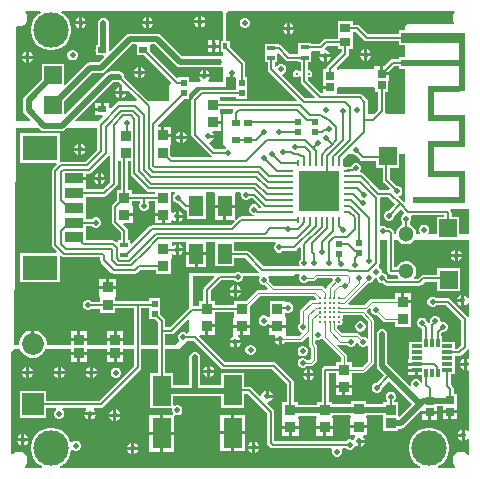
<source format=gbr>
%TF.GenerationSoftware,Altium Limited,Altium Designer,21.2.0 (30)*%
G04 Layer_Physical_Order=1*
G04 Layer_Color=255*
%FSLAX45Y45*%
%MOMM*%
%TF.SameCoordinates,6E67B6D2-48A1-4C3A-8D5B-8FB38F647B41*%
%TF.FilePolarity,Positive*%
%TF.FileFunction,Copper,L1,Top,Signal*%
%TF.Part,Single*%
G01*
G75*
%TA.AperFunction,Conductor*%
%ADD10C,0.20000*%
%TA.AperFunction,SMDPad,CuDef*%
%ADD11O,0.60000X0.25000*%
%ADD12O,0.25000X0.60000*%
%ADD13R,3.45000X3.45000*%
%ADD14R,0.90000X0.75000*%
%ADD15R,0.72000X0.76000*%
%ADD16R,0.65000X0.35000*%
%ADD17R,0.55000X0.60000*%
%ADD18R,0.70000X0.60000*%
%ADD19R,0.35600X0.50800*%
%ADD20R,0.91213X0.95814*%
%ADD21R,1.20000X1.80000*%
%TA.AperFunction,BGAPad,CuDef*%
%ADD22C,0.23000*%
%TA.AperFunction,SMDPad,CuDef*%
%ADD23R,0.85822X0.90606*%
%TA.AperFunction,ConnectorPad*%
%ADD24R,0.92500X0.30000*%
%ADD25R,0.30000X0.80000*%
%TA.AperFunction,SMDPad,CuDef*%
%ADD26R,1.60000X2.60000*%
%ADD27R,0.50000X0.50000*%
%TA.AperFunction,ConnectorPad*%
%ADD28R,0.50000X0.90000*%
%TA.AperFunction,SMDPad,CuDef*%
%ADD29R,0.70000X0.50000*%
%ADD30R,1.50000X1.50000*%
%TA.AperFunction,ConnectorPad*%
%ADD31R,1.60000X0.81000*%
%ADD32R,3.00000X2.10000*%
%TA.AperFunction,Conductor*%
%ADD33C,0.10000*%
%TA.AperFunction,NonConductor*%
%ADD34C,0.20000*%
%TA.AperFunction,Conductor*%
%ADD35C,0.50000*%
%TA.AperFunction,NonConductor*%
%ADD36R,4.95300X0.90000*%
%ADD37R,4.95300X0.50000*%
%ADD38R,0.50000X2.70000*%
%ADD39R,2.69300X0.50000*%
%ADD40R,0.50000X2.15900*%
%ADD41R,0.50000X5.00000*%
%ADD42R,3.99300X0.50000*%
%TA.AperFunction,ComponentPad*%
%ADD43R,1.50000X1.50000*%
%ADD44C,1.30000*%
%TA.AperFunction,ViaPad*%
%ADD45C,3.00000*%
%TA.AperFunction,ComponentPad*%
%ADD46C,1.85000*%
%ADD47R,1.85000X1.85000*%
%TA.AperFunction,ViaPad*%
%ADD48C,0.20000*%
%ADD49C,0.46000*%
%ADD50C,0.30000*%
G36*
X3818305Y3917300D02*
X3813986Y3912981D01*
X3804770Y3897019D01*
X3800000Y3879216D01*
Y3860784D01*
X3804770Y3842981D01*
X3811119Y3831985D01*
X3804791Y3819285D01*
X3417602D01*
X3409798Y3817733D01*
X3403182Y3813313D01*
X3398762Y3806697D01*
X3397210Y3798893D01*
Y3769433D01*
X3367552D01*
X3364841Y3768893D01*
X3347602D01*
Y3751264D01*
X3347160Y3749041D01*
Y3734481D01*
X3086276D01*
X3013744Y3807014D01*
X3003821Y3813644D01*
X2992115Y3815973D01*
X2992114Y3815973D01*
X2955610D01*
Y3842885D01*
X2825611D01*
Y3727885D01*
X2825610D01*
Y3722885D01*
X2825611D01*
Y3695973D01*
X2727886D01*
X2727885Y3695973D01*
X2716180Y3693644D01*
X2706256Y3687014D01*
X2706256Y3687013D01*
X2671710Y3652468D01*
X2598736D01*
Y3659380D01*
X2493736D01*
Y3584381D01*
X2493735D01*
Y3578287D01*
X2484677Y3565588D01*
X2422670D01*
X2349382Y3638876D01*
X2339458Y3645506D01*
X2327753Y3647835D01*
X2327752Y3647835D01*
X2315460D01*
Y3654747D01*
X2210460D01*
Y3579748D01*
X2210459D01*
Y3569746D01*
X2210460D01*
Y3494747D01*
X2234412D01*
Y3436570D01*
X2234412Y3436568D01*
X2236741Y3424863D01*
X2243371Y3414940D01*
X2480990Y3177321D01*
X2476130Y3165588D01*
X1833106D01*
Y3200606D01*
X1845266Y3201912D01*
X1967362D01*
Y3185927D01*
X2062362D01*
Y3270927D01*
Y3370927D01*
X2045450D01*
Y3485619D01*
X2043121Y3497324D01*
X2036491Y3507247D01*
X2036490Y3507248D01*
X1913822Y3629917D01*
Y3677459D01*
X1880000D01*
Y3913865D01*
X1896135Y3930000D01*
X3813045D01*
X3818305Y3917300D01*
D02*
G37*
G36*
X1860000Y3922713D02*
Y3915836D01*
X1859608Y3913865D01*
Y3677459D01*
X1838222D01*
Y3586659D01*
X1860000D01*
Y3547959D01*
X1828443D01*
X1826022Y3548440D01*
X1511446D01*
X1333154Y3726733D01*
X1318269Y3736679D01*
X1300710Y3740171D01*
X1066490D01*
X1048931Y3736679D01*
X1034046Y3726733D01*
X899057Y3591743D01*
X888141Y3598788D01*
X888382Y3600000D01*
Y3612669D01*
X890202Y3621821D01*
Y3825679D01*
X886710Y3843237D01*
X876764Y3858123D01*
X861879Y3868068D01*
X844321Y3871561D01*
X826763Y3868068D01*
X811877Y3858123D01*
X801932Y3843237D01*
X798439Y3825679D01*
Y3645000D01*
X777500D01*
Y3604433D01*
X776618Y3600000D01*
X777500Y3595566D01*
Y3555000D01*
X818067D01*
X822500Y3554118D01*
X842500D01*
X843713Y3554359D01*
X850759Y3543445D01*
X803399Y3496086D01*
X729337D01*
X711779Y3492593D01*
X696894Y3482647D01*
X521971Y3307724D01*
X510237Y3312584D01*
Y3481105D01*
X320238D01*
Y3355991D01*
X176950Y3212704D01*
X167004Y3197819D01*
X163512Y3180261D01*
Y3090607D01*
X167004Y3073048D01*
X176950Y3058164D01*
X223380Y3011733D01*
X218520Y3000000D01*
X100000D01*
Y3792421D01*
X112700Y3802166D01*
X120784Y3800000D01*
X139216D01*
X157019Y3804770D01*
X172981Y3813986D01*
X186014Y3827019D01*
X195229Y3842981D01*
X200000Y3860784D01*
Y3879216D01*
X195229Y3897019D01*
X186014Y3912981D01*
X181695Y3917300D01*
X186955Y3930000D01*
X310605D01*
X314458Y3917300D01*
X291631Y3902048D01*
X267952Y3878369D01*
X249348Y3850525D01*
X236533Y3819587D01*
X230000Y3786744D01*
Y3753257D01*
X236533Y3720413D01*
X249348Y3689475D01*
X267952Y3661631D01*
X291631Y3637953D01*
X319475Y3619348D01*
X350413Y3606533D01*
X383257Y3600000D01*
X416743D01*
X449587Y3606533D01*
X480525Y3619348D01*
X508369Y3637953D01*
X532047Y3661631D01*
X550652Y3689475D01*
X563467Y3720413D01*
X570000Y3753257D01*
Y3786744D01*
X563467Y3819587D01*
X550652Y3850525D01*
X532047Y3878369D01*
X508369Y3902048D01*
X485542Y3917300D01*
X489394Y3930000D01*
X1850318D01*
X1860000Y3922713D01*
D02*
G37*
G36*
X2825611Y3607885D02*
X2860023D01*
Y3583280D01*
X2740871Y3464129D01*
X2734241Y3454205D01*
X2731912Y3442500D01*
X2719849Y3442000D01*
X2706500D01*
Y3349400D01*
X2701100D01*
Y3298700D01*
X2762500D01*
Y3273300D01*
X2701100D01*
Y3240025D01*
X2688400Y3234858D01*
X2574044Y3349214D01*
Y3366657D01*
X2577489Y3368959D01*
X2589424D01*
X2600450Y3373526D01*
X2608889Y3381966D01*
X2613456Y3392992D01*
Y3404927D01*
X2608889Y3415953D01*
X2600450Y3424392D01*
X2589424Y3428959D01*
X2577489D01*
X2574044Y3431261D01*
Y3499381D01*
X2598736D01*
Y3574380D01*
X2598736D01*
Y3578593D01*
X2608573Y3591293D01*
X2674884D01*
X2680145Y3578593D01*
X2678968Y3577416D01*
X2672873Y3562700D01*
X2767127D01*
X2761031Y3577416D01*
X2747416Y3591031D01*
X2729627Y3598400D01*
X2722118D01*
X2716858Y3611100D01*
X2740555Y3634797D01*
X2825611D01*
Y3607885D01*
D02*
G37*
G36*
X2388371Y3513372D02*
X2388371Y3513371D01*
X2398295Y3506741D01*
X2410000Y3504412D01*
X2493736D01*
Y3499381D01*
X2512868D01*
Y3424934D01*
X2500168Y3419673D01*
X2495450Y3424392D01*
X2484424Y3428959D01*
X2472489D01*
X2461463Y3424392D01*
X2453024Y3415953D01*
X2448456Y3404927D01*
Y3392992D01*
X2453024Y3381966D01*
X2461463Y3373526D01*
X2472489Y3368959D01*
X2484424D01*
X2495450Y3373526D01*
X2500168Y3378245D01*
X2512868Y3372984D01*
Y3336545D01*
X2512868Y3336544D01*
X2515197Y3324838D01*
X2521827Y3314915D01*
X2634421Y3202321D01*
X2629561Y3190588D01*
X2554238D01*
X2359559Y3385267D01*
X2363668Y3399119D01*
X2374358Y3403546D01*
X2386454Y3415642D01*
X2393000Y3431447D01*
Y3448553D01*
X2386454Y3464358D01*
X2374358Y3476454D01*
X2358553Y3483000D01*
X2341447D01*
X2325643Y3476454D01*
X2313547Y3464358D01*
X2297468Y3458726D01*
X2295588Y3459709D01*
Y3494747D01*
X2315460D01*
Y3568322D01*
X2325447Y3576295D01*
X2388371Y3513372D01*
D02*
G37*
G36*
X1942700Y3362873D02*
X1954662Y3367828D01*
X1963689Y3363914D01*
X1967362Y3360954D01*
Y3263088D01*
X1677500D01*
X1665794Y3260759D01*
X1655871Y3254129D01*
X1655870Y3254128D01*
X1598371Y3196629D01*
X1591741Y3186706D01*
X1589412Y3175000D01*
X1589412Y3174999D01*
Y2885001D01*
X1589412Y2885000D01*
X1591741Y2873295D01*
X1598371Y2863371D01*
X1753371Y2708372D01*
X1753371Y2708371D01*
X1760979Y2703288D01*
X1759411Y2691959D01*
X1758867Y2690588D01*
X1427471D01*
X1410607Y2707452D01*
Y2793730D01*
X1416007Y2804193D01*
X1416007Y2804193D01*
X1416007Y2804194D01*
Y2864800D01*
X1345000D01*
Y2877500D01*
X1332300D01*
Y2950807D01*
X1308768D01*
X1303507Y2963507D01*
X1526769Y3186769D01*
X1571721D01*
Y3231720D01*
X1630000Y3290000D01*
X1880000D01*
Y3373592D01*
X1892700Y3378852D01*
X1902584Y3368969D01*
X1917300Y3362873D01*
Y3410000D01*
X1942700D01*
Y3362873D01*
D02*
G37*
G36*
X1459998Y3470115D02*
X1474883Y3460170D01*
X1492441Y3456677D01*
X1826022D01*
X1828443Y3457159D01*
X1860000D01*
Y3375562D01*
X1859608Y3373592D01*
Y3330000D01*
X1733608D01*
X1729163Y3342700D01*
X1739636Y3353173D01*
X1745732Y3367889D01*
X1651478D01*
X1657573Y3353173D01*
X1668046Y3342700D01*
X1663602Y3330000D01*
X1571721D01*
Y3371769D01*
X1476721D01*
Y3369858D01*
X1464988Y3364998D01*
X1237500Y3592486D01*
Y3645000D01*
X1248788Y3648408D01*
X1281706D01*
X1459998Y3470115D01*
D02*
G37*
G36*
X1127500Y3645000D02*
Y3555000D01*
X1188470D01*
X1421735Y3321735D01*
X1400000Y3300000D01*
Y3170000D01*
X1222078D01*
X1020407Y3371671D01*
X1020843Y3373859D01*
X1017350Y3391417D01*
X1007404Y3406303D01*
X992519Y3416248D01*
X974961Y3419741D01*
X903860D01*
X886302Y3416248D01*
X871416Y3406303D01*
X521971Y3056857D01*
X510237Y3061717D01*
Y3166218D01*
X748342Y3404323D01*
X822404D01*
X839963Y3407815D01*
X854847Y3417761D01*
X1085494Y3648408D01*
X1116212D01*
X1127500Y3645000D01*
D02*
G37*
G36*
X1006095Y3299467D02*
X1002700Y3293658D01*
Y3252700D01*
X1043658D01*
X1049467Y3256095D01*
X1123829Y3181733D01*
X1118969Y3170000D01*
X969402D01*
X904633Y3105231D01*
X892900Y3110092D01*
Y3150400D01*
X845200D01*
Y3100000D01*
X832500D01*
Y3087300D01*
X772100D01*
Y3049600D01*
X832408D01*
X837269Y3037867D01*
X800000Y3000598D01*
Y3000000D01*
X611480D01*
X606620Y3011733D01*
X922864Y3327978D01*
X974961D01*
X977149Y3328413D01*
X1006095Y3299467D01*
D02*
G37*
G36*
X3051804Y3682439D02*
X3061727Y3675808D01*
X3073433Y3673480D01*
X3073779Y3673549D01*
X3075000Y3673306D01*
X3347160D01*
Y3659041D01*
X3347602Y3656818D01*
Y3638894D01*
X3366322D01*
X3367552Y3638649D01*
X3397210D01*
Y3544293D01*
X3342202D01*
Y3524481D01*
X3292894D01*
X3281188Y3522153D01*
X3271265Y3515522D01*
X3271264Y3515522D01*
X3218142Y3462400D01*
X3212700D01*
Y3411700D01*
X3261400D01*
Y3419142D01*
X3305563Y3463306D01*
X3342202D01*
Y3443493D01*
X3397210D01*
Y3060000D01*
X3236828D01*
X3229136Y3072700D01*
X3230588Y3080000D01*
X3230588Y3080001D01*
Y3243000D01*
X3256000D01*
Y3335600D01*
X3261400D01*
Y3386300D01*
X3200000D01*
Y3399000D01*
X3187300D01*
Y3462400D01*
X3138600D01*
Y3449774D01*
X3126351Y3439269D01*
X2846951D01*
X2837197Y3437329D01*
X2831200Y3433322D01*
X2828020Y3434322D01*
X2819917Y3440857D01*
X2817718Y3454460D01*
X2912239Y3548981D01*
X2912239Y3548981D01*
X2918870Y3558905D01*
X2921198Y3570610D01*
X2921198Y3570612D01*
Y3607885D01*
X2955610D01*
Y3722885D01*
X2955611D01*
Y3727885D01*
X2955610D01*
Y3754797D01*
X2979445D01*
X3051804Y3682439D01*
D02*
G37*
G36*
X2837197Y3288630D02*
X2846951Y3286690D01*
X3126351D01*
X3131300Y3287674D01*
X3144000Y3279793D01*
Y3243000D01*
X3169412D01*
Y3092670D01*
X3136742Y3060000D01*
X3083088D01*
Y3159999D01*
X3083088Y3160000D01*
X3080759Y3171705D01*
X3074129Y3181629D01*
X3074128Y3181629D01*
X3033513Y3222245D01*
X3023590Y3228875D01*
X3011884Y3231204D01*
X3011883Y3231204D01*
X2823900D01*
Y3282241D01*
X2836600Y3289029D01*
X2837197Y3288630D01*
D02*
G37*
G36*
X791199Y2754900D02*
X691324Y2655026D01*
X485297D01*
X485296Y2655026D01*
X484108Y2654790D01*
X474291Y2662846D01*
Y2893938D01*
X134291D01*
Y2643938D01*
X444945D01*
X449805Y2632205D01*
X413371Y2595771D01*
X406741Y2585847D01*
X404412Y2574142D01*
X404412Y2574141D01*
Y1953735D01*
X404412Y1953734D01*
X406741Y1942029D01*
X413371Y1932105D01*
X449805Y1895671D01*
X444945Y1883938D01*
X134291D01*
Y1633938D01*
X474291D01*
Y1854592D01*
X486024Y1859453D01*
X489605Y1855872D01*
X489605Y1855871D01*
X499529Y1849241D01*
X511234Y1846912D01*
X511235Y1846912D01*
X816912D01*
Y1820001D01*
X816912Y1820000D01*
X819241Y1808295D01*
X825871Y1798371D01*
X907748Y1716494D01*
X917672Y1709864D01*
X929377Y1707535D01*
X1112167D01*
X1112168Y1707535D01*
X1123874Y1709864D01*
X1133797Y1716494D01*
X1156664Y1739361D01*
X1284847D01*
Y1702042D01*
X1416060D01*
Y1831577D01*
X1421460Y1842041D01*
X1421461Y1842041D01*
X1421460Y1842041D01*
Y1871651D01*
X1434160Y1876048D01*
X1441495Y1868714D01*
X1456211Y1862618D01*
Y1909745D01*
Y1956872D01*
X1441495Y1950776D01*
X1434160Y1943442D01*
X1421460Y1947839D01*
Y1975449D01*
X1544600D01*
Y1890200D01*
X1630000D01*
X1715400D01*
Y1975449D01*
X1790000D01*
Y1767500D01*
X1950000D01*
Y1839412D01*
X2044932D01*
X2161645Y1722700D01*
X2156384Y1710000D01*
X2010811D01*
X2004358Y1716454D01*
X1988553Y1723000D01*
X1971447D01*
X1955643Y1716454D01*
X1949777Y1710588D01*
X1830000D01*
X1827045Y1710000D01*
X1570000D01*
Y1418258D01*
X1405135Y1253393D01*
X1367094D01*
Y1306880D01*
X1364765Y1318585D01*
X1358135Y1328508D01*
X1358134Y1328509D01*
X1324582Y1362061D01*
Y1403803D01*
Y1503803D01*
X1229583D01*
Y1475388D01*
X945606D01*
Y1506429D01*
X951007Y1516892D01*
X951006Y1523171D01*
Y1577499D01*
X880000D01*
X808994D01*
X808993Y1516892D01*
X814394Y1506429D01*
Y1470588D01*
X740224D01*
X734358Y1476453D01*
X718553Y1483000D01*
X701447D01*
X685643Y1476453D01*
X673547Y1464357D01*
X667000Y1448553D01*
Y1431447D01*
X673547Y1415642D01*
X685643Y1403546D01*
X701447Y1397000D01*
X718553D01*
X734358Y1403546D01*
X740224Y1409412D01*
X814394D01*
Y1376894D01*
X945606D01*
Y1414213D01*
X1104412D01*
Y1100000D01*
X1010811D01*
Y1134908D01*
X942500D01*
X874189D01*
Y1100000D01*
X703311D01*
Y1134908D01*
X635000D01*
X566689D01*
Y1100000D01*
X363751D01*
Y1123107D01*
X355716Y1153093D01*
X340194Y1179978D01*
X318243Y1201929D01*
X291359Y1217450D01*
X261373Y1225485D01*
X258551D01*
Y1107585D01*
X233151D01*
Y1225485D01*
X230329D01*
X200343Y1217450D01*
X173459Y1201929D01*
X151507Y1179978D01*
X135986Y1153093D01*
X127951Y1123107D01*
Y1100000D01*
X99005D01*
X90049Y1109005D01*
X100000Y2940000D01*
X295114D01*
X307557Y2927557D01*
X322442Y2917611D01*
X340000Y2914118D01*
X490000D01*
X507558Y2917611D01*
X522443Y2927557D01*
X534886Y2940000D01*
X791199D01*
Y2754900D01*
D02*
G37*
G36*
X1946921Y3092679D02*
X1943371Y3089129D01*
X1936741Y3079205D01*
X1934412Y3067500D01*
X1925311Y3060000D01*
X1853107D01*
Y2806894D01*
X1880953Y2779047D01*
X1878475Y2766591D01*
X1878142Y2766453D01*
X1872276Y2760588D01*
X1787670D01*
X1738391Y2809867D01*
X1743157Y2823062D01*
X1757416Y2828969D01*
X1771032Y2842584D01*
X1777127Y2857300D01*
X1730000D01*
Y2882700D01*
X1777127D01*
X1771032Y2897416D01*
X1767154Y2901294D01*
X1772415Y2913994D01*
X1838506D01*
Y2974601D01*
X1767500D01*
Y3000001D01*
X1838506D01*
Y3060608D01*
X1838507D01*
X1833106Y3064793D01*
Y3104412D01*
X1942061D01*
X1946921Y3092679D01*
D02*
G37*
G36*
X901755Y2702887D02*
Y2482365D01*
X838916Y2419526D01*
X694290D01*
Y2448038D01*
X699690D01*
Y2501238D01*
X594291D01*
Y2526638D01*
X699690D01*
Y2553850D01*
X720561D01*
X720562Y2553850D01*
X732268Y2556179D01*
X742191Y2562809D01*
X883414Y2704033D01*
X883415Y2704033D01*
X899272Y2704905D01*
X901755Y2702887D01*
D02*
G37*
G36*
X2955193Y2716703D02*
X2970998Y2710157D01*
X2979293D01*
X3018578Y2670872D01*
X3018579Y2670871D01*
X3028502Y2664241D01*
X3040208Y2661912D01*
X3155000D01*
Y2605000D01*
X3209412D01*
Y2497501D01*
X3209412Y2497499D01*
X3211741Y2485794D01*
X3218371Y2475871D01*
X3265954Y2428288D01*
X3260694Y2415588D01*
X3182670D01*
X3046574Y2551684D01*
X3036650Y2558314D01*
X3024945Y2560643D01*
X3024944Y2560643D01*
X3021915D01*
X3016654Y2573343D01*
X3018954Y2575642D01*
X3025500Y2591447D01*
Y2608553D01*
X3018954Y2624357D01*
X3006858Y2636453D01*
X2991053Y2643000D01*
X2973947D01*
X2958142Y2636453D01*
X2946046Y2624357D01*
X2940762Y2611599D01*
X2930825D01*
X2922820Y2613192D01*
X2887820D01*
X2883324Y2612297D01*
X2872562Y2623059D01*
X2873457Y2627555D01*
Y2662555D01*
X2870934Y2675236D01*
X2870908Y2675276D01*
Y2681082D01*
X2910948Y2721122D01*
X2950774D01*
X2955193Y2716703D01*
D02*
G37*
G36*
X1075767Y2555443D02*
X1075767Y2555442D01*
X1078096Y2543737D01*
X1084726Y2533813D01*
X1210845Y2407694D01*
X1210846Y2407693D01*
X1220769Y2401063D01*
X1232475Y2398734D01*
X1232476Y2398735D01*
X1282909D01*
Y2381341D01*
X1185206D01*
X1185205Y2381341D01*
X1185203Y2381341D01*
X1086838D01*
Y2419322D01*
X1051820D01*
Y2660962D01*
X1075767D01*
Y2555443D01*
D02*
G37*
G36*
X990644Y2419322D02*
X955625D01*
Y2326766D01*
X923996Y2295137D01*
X917366Y2285213D01*
X915037Y2273508D01*
X915038Y2273507D01*
Y2145684D01*
X915037Y2145683D01*
X917366Y2133978D01*
X923996Y2124054D01*
X990644Y2057407D01*
Y1988123D01*
X966878D01*
Y1975870D01*
X955145Y1971010D01*
X947026Y1979129D01*
X937103Y1985759D01*
X925397Y1988088D01*
X925396Y1988088D01*
X694290D01*
Y2074438D01*
X694291Y2074438D01*
Y2078439D01*
X694291D01*
X694290Y2087138D01*
Y2109412D01*
X749777D01*
X755642Y2103546D01*
X771447Y2097000D01*
X788553D01*
X804358Y2103546D01*
X816454Y2115642D01*
X823000Y2131447D01*
Y2148553D01*
X816454Y2164358D01*
X804358Y2176454D01*
X788553Y2183000D01*
X771447D01*
X755642Y2176454D01*
X749777Y2170588D01*
X694290D01*
Y2199438D01*
X694291D01*
Y2203439D01*
X694290D01*
Y2315738D01*
X694291Y2324438D01*
X694291D01*
Y2328439D01*
X694290D01*
Y2358350D01*
X851585D01*
X851586Y2358350D01*
X863291Y2360679D01*
X873215Y2367309D01*
X953971Y2448066D01*
X953972Y2448066D01*
X960602Y2457989D01*
X962931Y2469695D01*
Y2649178D01*
X965142Y2660962D01*
X990644D01*
Y2419322D01*
D02*
G37*
G36*
X3397210Y2316710D02*
X3385477Y2311850D01*
X3346724Y2350602D01*
X3349704Y2365583D01*
X3356857Y2368546D01*
X3368953Y2380642D01*
X3375500Y2396447D01*
Y2413553D01*
X3368953Y2429357D01*
X3356857Y2441453D01*
X3341053Y2448000D01*
X3332758D01*
X3270588Y2510169D01*
Y2605000D01*
X3345000D01*
Y2721122D01*
X3397210D01*
Y2316710D01*
D02*
G37*
G36*
X2011563Y2386034D02*
X2009500Y2381053D01*
Y2363947D01*
X2016046Y2348142D01*
X2028142Y2336046D01*
X2043947Y2329500D01*
X2061053D01*
X2076857Y2336046D01*
X2084697Y2343886D01*
X2106316D01*
X2175255Y2274947D01*
X2170232Y2262822D01*
X2161232D01*
X2156454Y2274358D01*
X2144358Y2286454D01*
X2128553Y2293000D01*
X2111447D01*
X2095642Y2286454D01*
X2083547Y2274358D01*
X2077000Y2258553D01*
Y2241447D01*
X2083547Y2225642D01*
X2095642Y2213546D01*
X2111447Y2207000D01*
X2116729D01*
X2118695Y2205792D01*
X2118552Y2201683D01*
X2112350Y2193092D01*
X2012506D01*
X2012505Y2193093D01*
X2000799Y2190764D01*
X1990876Y2184134D01*
X1967575Y2160833D01*
X1955400Y2166618D01*
Y2264800D01*
X1882700D01*
Y2162100D01*
X1950882D01*
X1956668Y2149925D01*
X1923366Y2116624D01*
X1254793D01*
X1254791Y2116624D01*
X1243086Y2114295D01*
X1233163Y2107665D01*
X1233162Y2107664D01*
X1083611Y1958114D01*
X1071878Y1962974D01*
Y1988123D01*
X1051820D01*
Y2070076D01*
X1049491Y2081782D01*
X1042861Y2091705D01*
X1042860Y2091706D01*
X1013590Y2120976D01*
X1018450Y2132709D01*
X1092238D01*
Y2193316D01*
X1021232D01*
Y2218716D01*
X1092238D01*
Y2279323D01*
X1092239D01*
X1086838Y2283509D01*
Y2320166D01*
X1152753D01*
X1156654Y2307466D01*
X1153547Y2304358D01*
X1147000Y2288553D01*
Y2271447D01*
X1153547Y2255643D01*
X1165643Y2243547D01*
X1181447Y2237000D01*
X1198553D01*
X1214358Y2243547D01*
X1226454Y2255643D01*
X1233000Y2271447D01*
Y2288553D01*
X1226454Y2304358D01*
X1223346Y2307466D01*
X1227247Y2320166D01*
X1282909D01*
Y2289124D01*
X1277508Y2278661D01*
X1277509Y2272383D01*
Y2218054D01*
X1348515D01*
Y2205354D01*
X1361215D01*
Y2132048D01*
X1419522D01*
Y2156734D01*
X1432222Y2161134D01*
X1442725Y2150630D01*
X1457442Y2144535D01*
Y2191662D01*
Y2238789D01*
X1442725Y2232693D01*
X1432222Y2222190D01*
X1419522Y2226590D01*
X1419522Y2278661D01*
X1414122Y2289124D01*
Y2398735D01*
X1450640D01*
X1453166Y2386035D01*
X1448142Y2383954D01*
X1436046Y2371858D01*
X1429500Y2356053D01*
Y2338947D01*
X1436046Y2323142D01*
X1448142Y2311046D01*
X1463947Y2304500D01*
X1472242D01*
X1521520Y2255223D01*
X1531443Y2248592D01*
X1543148Y2246263D01*
X1550000Y2236729D01*
Y2167500D01*
X1710000D01*
Y2386034D01*
X1710000Y2387500D01*
X1713538Y2398735D01*
X1774317D01*
X1784600Y2392900D01*
X1784600Y2386034D01*
Y2290200D01*
X1870000D01*
X1955400D01*
Y2386034D01*
X1955400Y2392900D01*
X1965683Y2398735D01*
X2003077D01*
X2011563Y2386034D01*
D02*
G37*
G36*
X3937602Y2042399D02*
X3926548Y2038423D01*
X3855804D01*
Y2186631D01*
X3791392D01*
Y2219914D01*
X3791392Y2219915D01*
X3789064Y2231621D01*
X3782433Y2241544D01*
X3782432Y2241545D01*
X3778176Y2245801D01*
X3783436Y2258501D01*
X3937602D01*
Y2042399D01*
D02*
G37*
G36*
X3730217Y2186631D02*
X3665804D01*
Y2038423D01*
X3597195D01*
X3591934Y2051123D01*
X3596454Y2055642D01*
X3603000Y2071447D01*
Y2088553D01*
X3596454Y2104357D01*
X3584358Y2116453D01*
X3568553Y2123000D01*
X3551447D01*
X3535642Y2116453D01*
X3523546Y2104357D01*
X3517000Y2088553D01*
Y2071447D01*
X3523546Y2055642D01*
X3528066Y2051123D01*
X3522805Y2038423D01*
X3492500D01*
Y2051190D01*
X3486707Y2072808D01*
X3475517Y2092191D01*
X3459691Y2108017D01*
X3440309Y2119207D01*
X3436838Y2120137D01*
Y2143527D01*
X3441454Y2148143D01*
X3448000Y2163947D01*
Y2181053D01*
X3444980Y2188343D01*
X3453466Y2201043D01*
X3730217D01*
Y2186631D01*
D02*
G37*
G36*
X3316277Y2294534D02*
X3262242Y2240500D01*
X3253947D01*
X3238143Y2233953D01*
X3226047Y2221857D01*
X3219500Y2206053D01*
Y2188947D01*
X3226047Y2173142D01*
X3238143Y2161046D01*
X3253947Y2154500D01*
X3271053D01*
X3286858Y2161046D01*
X3298954Y2173142D01*
X3305500Y2188947D01*
Y2197242D01*
X3359535Y2251277D01*
X3387562Y2223250D01*
X3385084Y2210793D01*
X3380642Y2208954D01*
X3368546Y2196858D01*
X3362000Y2181053D01*
Y2163947D01*
X3368546Y2148143D01*
X3375662Y2141027D01*
Y2119467D01*
X3374691Y2119207D01*
X3355309Y2108017D01*
X3339483Y2092191D01*
X3328293Y2072808D01*
X3322500Y2051190D01*
Y2038423D01*
X3308087D01*
Y2052499D01*
X3308088Y2052500D01*
X3305759Y2064206D01*
X3299129Y2074129D01*
X3299128Y2074130D01*
X3284834Y2088424D01*
X3274910Y2095054D01*
X3263205Y2097383D01*
X3263204Y2097383D01*
X3241838D01*
X3234562Y2104658D01*
X3218758Y2111204D01*
X3201652D01*
X3195788Y2108776D01*
X3183088Y2117261D01*
Y2345709D01*
X3183088Y2345710D01*
X3190230Y2354412D01*
X3256399D01*
X3316277Y2294534D01*
D02*
G37*
G36*
X3940000Y1502717D02*
X3927300Y1500191D01*
X3924307Y1507416D01*
X3910692Y1521032D01*
X3895975Y1527127D01*
Y1480000D01*
Y1432873D01*
X3910692Y1438969D01*
X3924307Y1452584D01*
X3927300Y1459809D01*
X3940000Y1457283D01*
Y1346977D01*
X3927300Y1343125D01*
X3926629Y1344129D01*
X3779129Y1491629D01*
X3769205Y1498259D01*
X3757500Y1500588D01*
X3757498Y1500588D01*
X3660224D01*
X3654358Y1506454D01*
X3638553Y1513000D01*
X3621447D01*
X3605643Y1506454D01*
X3593547Y1494358D01*
X3587000Y1478553D01*
Y1461447D01*
X3593547Y1445643D01*
X3605643Y1433547D01*
X3621447Y1427000D01*
X3638553D01*
X3654358Y1433547D01*
X3660224Y1439412D01*
X3744830D01*
X3874412Y1309830D01*
Y1102670D01*
X3842330Y1070588D01*
X3819511D01*
Y1125542D01*
X3709510D01*
Y1178042D01*
X3705098D01*
Y1200557D01*
X3716765Y1212224D01*
X3725061D01*
X3740865Y1218770D01*
X3752961Y1230866D01*
X3759507Y1246671D01*
Y1263777D01*
X3752961Y1279582D01*
X3740865Y1291678D01*
X3725061Y1298224D01*
X3708035D01*
X3707948Y1298229D01*
X3696302Y1307144D01*
Y1315970D01*
X3689756Y1331775D01*
X3677660Y1343871D01*
X3661855Y1350417D01*
X3644749D01*
X3628944Y1343871D01*
X3616848Y1331775D01*
X3610302Y1315970D01*
Y1300639D01*
X3602882Y1293219D01*
X3588775Y1294315D01*
X3584762Y1297353D01*
Y1300313D01*
X3578216Y1316117D01*
X3566120Y1328213D01*
X3550315Y1334760D01*
X3533209D01*
X3517404Y1328213D01*
X3505308Y1316117D01*
X3498762Y1300313D01*
Y1283206D01*
X3505308Y1267402D01*
X3517404Y1255306D01*
X3533209Y1248760D01*
X3534469D01*
X3543923Y1239306D01*
Y1178042D01*
X3539511D01*
Y1125542D01*
X3429461D01*
Y1055542D01*
Y980942D01*
X3424061D01*
Y953242D01*
X3495711D01*
Y927842D01*
X3424061D01*
Y903242D01*
X3495711D01*
Y890542D01*
X3508411D01*
Y850142D01*
X3539511D01*
Y803042D01*
X3543923D01*
Y785369D01*
X3531223Y782843D01*
X3526453Y794358D01*
X3514357Y806454D01*
X3498553Y813000D01*
X3481447D01*
X3465642Y806454D01*
X3453546Y794358D01*
X3447000Y778553D01*
Y762242D01*
X3444834Y760331D01*
X3435671Y755610D01*
X3319241Y872040D01*
X3248382Y942900D01*
Y1192500D01*
X3244889Y1210058D01*
X3234943Y1224943D01*
X3220058Y1234889D01*
X3202500Y1238382D01*
X3184942Y1234889D01*
X3170057Y1224943D01*
X3160111Y1210058D01*
X3156619Y1192500D01*
Y923895D01*
X3160111Y906337D01*
X3170057Y891452D01*
X3216626Y844882D01*
X3156582Y784838D01*
X3148287D01*
X3132482Y778292D01*
X3120386Y766196D01*
X3113840Y750392D01*
Y733285D01*
X3120386Y717481D01*
X3132482Y705385D01*
X3148287Y698839D01*
X3165393D01*
X3181197Y705385D01*
X3193293Y717481D01*
X3199840Y733285D01*
Y741581D01*
X3259884Y801625D01*
X3458311Y603197D01*
X3350611Y495497D01*
X3337911Y500758D01*
Y620411D01*
X3307095D01*
Y635001D01*
X3312961Y640867D01*
X3319507Y656671D01*
Y673777D01*
X3312961Y689582D01*
X3300865Y701678D01*
X3285060Y708224D01*
X3267954D01*
X3252150Y701678D01*
X3240054Y689582D01*
X3233507Y673777D01*
Y656671D01*
X3240054Y640867D01*
X3245920Y635001D01*
Y620411D01*
X3212089D01*
Y602286D01*
X3070607D01*
Y625606D01*
X2939394D01*
Y601081D01*
X2783106D01*
Y620606D01*
X2752772D01*
Y863750D01*
X2814394D01*
Y832709D01*
X2808993Y822246D01*
X2808994Y815968D01*
Y761639D01*
X2880000D01*
X2951007D01*
X2951007Y822246D01*
X2945607Y832709D01*
Y868848D01*
X3044338D01*
X3054092Y870788D01*
X3062361Y876314D01*
X3128024Y941976D01*
X3133549Y950246D01*
X3135490Y960000D01*
Y1061738D01*
X3136878Y1068716D01*
Y1308612D01*
X3134937Y1318367D01*
X3129412Y1326636D01*
X3073125Y1382923D01*
X3075227Y1394448D01*
X3076818Y1397190D01*
X3083845Y1401885D01*
X3095753Y1413793D01*
X3106519Y1406599D01*
X3106500Y1406553D01*
Y1389447D01*
X3113047Y1373642D01*
X3125143Y1361546D01*
X3140947Y1355000D01*
X3156452D01*
X3209476Y1301976D01*
X3217745Y1296451D01*
X3227500Y1294510D01*
X3314394D01*
Y1256894D01*
X3445607D01*
Y1386430D01*
X3451007Y1396893D01*
X3451007Y1403171D01*
Y1457499D01*
X3380000D01*
Y1470199D01*
X3367300D01*
Y1543506D01*
X3308994D01*
Y1495689D01*
X3116112D01*
X3106357Y1493749D01*
X3098088Y1488223D01*
X3055263Y1445399D01*
X2920540D01*
X2915680Y1457132D01*
X3085548Y1627000D01*
X3101053D01*
X3116858Y1633546D01*
X3128954Y1645642D01*
X3134943Y1660103D01*
X3140373Y1671600D01*
X3159627D01*
X3162000Y1670014D01*
Y1658947D01*
X3168547Y1643143D01*
X3180643Y1631047D01*
X3196447Y1624500D01*
X3210154D01*
X3221283Y1613372D01*
X3231206Y1606741D01*
X3242912Y1604413D01*
X3518127D01*
X3518128Y1604413D01*
X3529833Y1606741D01*
X3539757Y1613372D01*
X3563298Y1636912D01*
X3670607D01*
Y1560607D01*
X3860606D01*
Y1750606D01*
X3670607D01*
Y1698088D01*
X3550628D01*
X3538922Y1695759D01*
X3528999Y1689129D01*
X3505458Y1665588D01*
X3479889D01*
X3477427Y1671533D01*
X3475793Y1678288D01*
X3486707Y1697192D01*
X3492500Y1718810D01*
Y1741191D01*
X3486707Y1762809D01*
X3475517Y1782192D01*
X3459691Y1798017D01*
X3440309Y1809208D01*
X3418690Y1815000D01*
X3396309D01*
X3374691Y1809208D01*
X3355309Y1798017D01*
X3339483Y1782192D01*
X3328293Y1762809D01*
X3327697Y1760588D01*
X3308087D01*
Y1995000D01*
X3335331D01*
X3339483Y1987809D01*
X3355309Y1971983D01*
X3374691Y1960792D01*
X3396309Y1955000D01*
X3418690D01*
X3440309Y1960792D01*
X3459691Y1971983D01*
X3475517Y1987809D01*
X3479669Y1995000D01*
X3940000D01*
Y1502717D01*
D02*
G37*
G36*
X2299608Y1973709D02*
X2302456Y1962749D01*
X2292694Y1952986D01*
X2286148Y1937182D01*
Y1920076D01*
X2292694Y1904271D01*
X2304790Y1892175D01*
X2320595Y1885629D01*
X2337701D01*
X2353505Y1892175D01*
X2359371Y1898041D01*
X2458628D01*
X2458629Y1898041D01*
X2470334Y1900370D01*
X2480258Y1907000D01*
X2502679Y1929421D01*
X2514412Y1924561D01*
Y1825223D01*
X2508546Y1819358D01*
X2502000Y1803553D01*
Y1786447D01*
X2504329Y1780824D01*
X2495843Y1768124D01*
X2202735D01*
X2079231Y1891629D01*
X2069307Y1898259D01*
X2057602Y1900588D01*
X2057601Y1900588D01*
X1950000D01*
Y1975449D01*
X2298563D01*
X2299608Y1973709D01*
D02*
G37*
G36*
X3246912Y1730000D02*
X3249240Y1718295D01*
X3255871Y1708371D01*
X3265794Y1701741D01*
X3277500Y1699413D01*
X3327697D01*
X3328293Y1697192D01*
X3339206Y1678288D01*
X3337573Y1671533D01*
X3335110Y1665588D01*
X3255582D01*
X3248000Y1673170D01*
Y1676053D01*
X3241454Y1691858D01*
X3229358Y1703954D01*
X3213553Y1710500D01*
X3198400D01*
Y1729627D01*
X3191031Y1747416D01*
X3177416Y1761032D01*
X3175158Y1761967D01*
X3172792Y1773863D01*
X3174269Y1776082D01*
X3180759Y1785795D01*
X3183088Y1797500D01*
Y1995000D01*
X3246912D01*
Y1730000D01*
D02*
G37*
G36*
X2166489Y1677300D02*
X2166046Y1676858D01*
X2159500Y1661053D01*
Y1643947D01*
X2166046Y1628143D01*
X2178142Y1616047D01*
X2193947Y1609500D01*
X2209452D01*
X2236821Y1582132D01*
X2231960Y1570398D01*
X2154709D01*
X2144955Y1568458D01*
X2136685Y1562933D01*
X2046859Y1473106D01*
X1949394D01*
Y1440787D01*
X1785607D01*
Y1478106D01*
X1750588D01*
Y1557330D01*
X1842670Y1649412D01*
X1949777D01*
X1955643Y1643546D01*
X1971447Y1637000D01*
X1988553D01*
X2004358Y1643546D01*
X2016454Y1655642D01*
X2023000Y1671447D01*
Y1688553D01*
X2023705Y1689608D01*
X2156384D01*
X2158355Y1690000D01*
X2161228D01*
X2166489Y1677300D01*
D02*
G37*
G36*
X2508546Y1694357D02*
X2502000Y1678553D01*
Y1661447D01*
X2508546Y1645642D01*
X2520642Y1633546D01*
X2536447Y1627000D01*
X2553553D01*
X2569358Y1633546D01*
X2580321Y1644510D01*
X2615548D01*
X2625303Y1646451D01*
X2633572Y1651976D01*
X2653606Y1672010D01*
X2780663D01*
X2787719Y1661451D01*
X2786312Y1658053D01*
Y1649860D01*
X2739998Y1603546D01*
X2734473Y1595277D01*
X2732691Y1586318D01*
X2727891Y1583187D01*
X2720799Y1580249D01*
X2708115Y1592933D01*
X2699846Y1598458D01*
X2690091Y1600398D01*
X2290649D01*
X2245500Y1645548D01*
Y1661053D01*
X2238954Y1676858D01*
X2238511Y1677300D01*
X2243772Y1690000D01*
X2450000D01*
X2466949Y1706949D01*
X2503177D01*
X2508546Y1694357D01*
D02*
G37*
G36*
X1784617Y1677875D02*
X1698371Y1591629D01*
X1691741Y1581705D01*
X1689412Y1570000D01*
X1689412Y1569999D01*
Y1478106D01*
X1654394D01*
Y1433088D01*
X1600000D01*
Y1689608D01*
X1779757D01*
X1784617Y1677875D01*
D02*
G37*
G36*
X2647523Y1498876D02*
Y1493644D01*
X2642013Y1485399D01*
X2605431D01*
X2595677Y1483458D01*
X2587407Y1477933D01*
X2514658Y1405184D01*
X2509133Y1396914D01*
X2507192Y1387160D01*
Y1291245D01*
X2495546Y1279599D01*
X2489000Y1263795D01*
Y1246688D01*
X2495546Y1230884D01*
X2507642Y1218788D01*
X2519760Y1213769D01*
X2524460Y1200508D01*
X2499442Y1175490D01*
X2394888D01*
X2393129Y1178009D01*
X2388507Y1188795D01*
X2388507D01*
Y1249401D01*
X2317500D01*
X2246494D01*
Y1188794D01*
X2293753D01*
X2298421Y1176094D01*
X2292873Y1162700D01*
X2340000D01*
Y1150000D01*
X2352700D01*
Y1102873D01*
X2367416Y1108969D01*
X2381031Y1122584D01*
X2381829Y1124510D01*
X2510000D01*
X2519754Y1126451D01*
X2528024Y1131976D01*
X2572777Y1176729D01*
X2584510Y1171869D01*
Y1107445D01*
X2586451Y1097690D01*
X2591976Y1089421D01*
X2604510Y1076886D01*
Y990558D01*
X2589442Y975490D01*
X2565322D01*
X2554358Y986453D01*
X2538553Y993000D01*
X2521447D01*
X2505642Y986453D01*
X2493546Y974357D01*
X2487000Y958553D01*
Y941447D01*
X2493546Y925642D01*
X2505642Y913546D01*
X2521447Y907000D01*
X2538553D01*
X2554358Y913546D01*
X2565322Y924510D01*
X2600000D01*
X2609754Y926451D01*
X2618024Y931976D01*
X2648024Y961976D01*
X2653549Y970245D01*
X2655490Y980000D01*
Y1087444D01*
X2653549Y1097199D01*
X2648024Y1105468D01*
X2635490Y1118003D01*
Y1140325D01*
X2648190Y1148811D01*
X2652562Y1147000D01*
X2669668D01*
X2685472Y1153546D01*
X2685762Y1153836D01*
X2701931Y1152044D01*
X2701976Y1151976D01*
X2854510Y999442D01*
Y962245D01*
X2814394D01*
Y924926D01*
X2722185D01*
X2710479Y922597D01*
X2700556Y915967D01*
X2693925Y906043D01*
X2691597Y894338D01*
Y620606D01*
X2651894D01*
Y597331D01*
X2490607D01*
Y618106D01*
X2455588D01*
Y787962D01*
X2455588Y787963D01*
X2453260Y799668D01*
X2446629Y809592D01*
X2308110Y948110D01*
X2298187Y954741D01*
X2286482Y957069D01*
X2286480Y957069D01*
X1875744D01*
X1654020Y1178794D01*
X1659280Y1191494D01*
X1707300D01*
Y1264801D01*
X1720000D01*
Y1277501D01*
X1791007D01*
X1791007Y1338108D01*
X1785607Y1348571D01*
Y1379612D01*
X1949394D01*
Y1343571D01*
X1943993Y1333108D01*
X1943994Y1326829D01*
Y1272501D01*
X2015000D01*
X2086006D01*
X2086007Y1333108D01*
X2080606Y1343571D01*
Y1434758D01*
X2165268Y1519419D01*
X2626980D01*
X2647523Y1498876D01*
D02*
G37*
G36*
X1570000Y1315149D02*
Y1220000D01*
X1550143Y1200143D01*
X1549816D01*
X1541287Y1208672D01*
X1525483Y1215219D01*
X1508376D01*
X1492572Y1208672D01*
X1480476Y1196576D01*
X1473929Y1180772D01*
Y1163665D01*
X1480476Y1147861D01*
X1489168Y1139169D01*
X1450000Y1100000D01*
X1367094D01*
Y1192217D01*
X1417804D01*
X1417805Y1192217D01*
X1429510Y1194546D01*
X1439434Y1201176D01*
X1558267Y1320009D01*
X1570000Y1315149D01*
D02*
G37*
G36*
X3085898Y1298054D02*
Y1162217D01*
X3073198Y1157613D01*
X3064358Y1166454D01*
X3048553Y1173000D01*
X3033048D01*
X3008024Y1198024D01*
X2999755Y1203549D01*
X2990000Y1205490D01*
X2865600D01*
X2824512Y1246577D01*
Y1262900D01*
X2832757Y1268409D01*
X2845288D01*
X2856865Y1273205D01*
X2865726Y1282066D01*
X2870522Y1293644D01*
Y1306175D01*
X2865726Y1317753D01*
X2863570Y1319909D01*
X2865726Y1322066D01*
X2870522Y1333644D01*
Y1346175D01*
X2876031Y1354419D01*
X2905091D01*
X2905548Y1354510D01*
X3029442D01*
X3085898Y1298054D01*
D02*
G37*
G36*
X1229583Y1403803D02*
Y1318803D01*
X1281325D01*
X1305918Y1294210D01*
Y1222805D01*
Y1100000D01*
X1165588D01*
Y1414213D01*
X1229583D01*
Y1403803D01*
D02*
G37*
G36*
X2997000Y1125044D02*
Y1121447D01*
X3003546Y1105642D01*
X3015642Y1093546D01*
X3031447Y1087000D01*
X3048553D01*
X3064358Y1093546D01*
X3073198Y1102387D01*
X3085898Y1097783D01*
Y1074306D01*
X3084510Y1067328D01*
Y970558D01*
X3033780Y919827D01*
X2945607D01*
Y962245D01*
X2905490D01*
Y1010000D01*
X2903549Y1019754D01*
X2898024Y1028024D01*
X2823091Y1102956D01*
X2831976Y1111976D01*
X2840245Y1106451D01*
X2850000Y1104510D01*
X2904679D01*
X2915643Y1093546D01*
X2931447Y1087000D01*
X2948553D01*
X2964358Y1093546D01*
X2976454Y1105642D01*
X2982247Y1119628D01*
X2987748Y1123116D01*
X2995700Y1125913D01*
X2997000Y1125044D01*
D02*
G37*
G36*
X1841445Y904853D02*
X1841445Y904853D01*
X1851369Y898222D01*
X1863074Y895894D01*
X1863075Y895894D01*
X2273812D01*
X2394413Y775293D01*
Y618106D01*
X2359394D01*
Y488571D01*
X2353994Y478108D01*
X2353994Y471829D01*
Y417500D01*
X2425000D01*
X2496007D01*
X2496007Y478108D01*
X2490607Y488571D01*
Y496588D01*
X2499587Y505568D01*
X2642913D01*
X2651894Y496588D01*
Y491071D01*
X2646493Y480608D01*
X2646494Y474329D01*
Y420001D01*
X2717500D01*
X2788506D01*
X2788507Y480608D01*
X2783106Y491071D01*
Y500338D01*
X2792087Y509318D01*
X2930413D01*
X2939394Y500338D01*
Y496071D01*
X2933993Y485608D01*
X2933994Y479329D01*
Y425000D01*
X3005000D01*
X3076007D01*
X3076007Y485608D01*
X3070607Y496071D01*
Y501542D01*
X3079587Y510522D01*
X3212089D01*
Y374589D01*
X3337911D01*
Y394118D01*
X3360000D01*
X3377558Y397611D01*
X3392443Y407557D01*
X3531867Y546980D01*
X3533750Y546200D01*
X3604999D01*
X3666400D01*
Y586869D01*
X3716100D01*
Y548700D01*
X3777500D01*
X3838900D01*
Y599400D01*
X3833500D01*
Y692000D01*
X3808088D01*
Y734021D01*
X3805759Y745727D01*
X3799129Y755650D01*
X3799128Y755651D01*
X3783848Y770931D01*
Y855542D01*
X3819511D01*
Y905542D01*
Y1009412D01*
X3854999D01*
X3855000Y1009412D01*
X3866705Y1011741D01*
X3876629Y1018371D01*
X3926628Y1068371D01*
X3926629Y1068371D01*
X3927300Y1069375D01*
X3940000Y1065523D01*
Y993708D01*
X3927299Y985222D01*
X3922700Y987127D01*
Y940000D01*
Y892873D01*
X3927299Y894778D01*
X3940000Y886292D01*
Y376409D01*
X3927300Y371148D01*
X3917416Y381031D01*
X3902700Y387127D01*
Y340000D01*
Y292873D01*
X3917416Y298969D01*
X3927300Y308852D01*
X3940000Y303591D01*
Y174157D01*
X3927300Y170754D01*
X3926014Y172981D01*
X3912981Y186014D01*
X3897019Y195229D01*
X3879216Y200000D01*
X3860784D01*
X3842981Y195229D01*
X3827019Y186014D01*
X3813986Y172981D01*
X3804770Y157019D01*
X3800000Y139216D01*
Y120784D01*
X3804770Y102981D01*
X3813986Y87019D01*
X3823305Y77700D01*
X3818053Y65000D01*
X3679072D01*
X3676546Y77700D01*
X3680525Y79348D01*
X3708369Y97953D01*
X3732047Y121631D01*
X3750652Y149475D01*
X3763467Y180413D01*
X3770000Y213257D01*
Y246743D01*
X3763467Y279587D01*
X3750652Y310525D01*
X3732047Y338369D01*
X3708369Y362048D01*
X3680525Y380652D01*
X3649587Y393467D01*
X3616743Y400000D01*
X3583256D01*
X3550413Y393467D01*
X3519475Y380652D01*
X3491631Y362048D01*
X3467952Y338369D01*
X3449348Y310525D01*
X3436533Y279587D01*
X3430000Y246743D01*
Y213257D01*
X3436533Y180413D01*
X3449348Y149475D01*
X3467952Y121631D01*
X3491631Y97953D01*
X3519475Y79348D01*
X3523454Y77700D01*
X3520928Y65000D01*
X479072D01*
X476546Y77700D01*
X480525Y79348D01*
X508369Y97953D01*
X532047Y121631D01*
X550652Y149475D01*
X563467Y180413D01*
X569663Y211565D01*
X574487Y214399D01*
X582700Y216489D01*
X585642Y213546D01*
X601447Y207000D01*
X618553D01*
X634358Y213546D01*
X646454Y225642D01*
X653000Y241447D01*
Y258553D01*
X646454Y274358D01*
X634358Y286454D01*
X618553Y293000D01*
X601447D01*
X585642Y286454D01*
X576807Y277618D01*
X565849Y279236D01*
X564364Y279748D01*
X563091Y280495D01*
X550652Y310525D01*
X532047Y338369D01*
X508369Y362048D01*
X480525Y380652D01*
X449587Y393467D01*
X416743Y400000D01*
X383257D01*
X350413Y393467D01*
X319475Y380652D01*
X291631Y362048D01*
X267952Y338369D01*
X249348Y310525D01*
X236533Y279587D01*
X230000Y246743D01*
Y213257D01*
X236533Y180413D01*
X249348Y149475D01*
X267952Y121631D01*
X291631Y97953D01*
X319475Y79348D01*
X323454Y77700D01*
X320928Y65000D01*
X181947D01*
X176695Y77700D01*
X186014Y87019D01*
X195229Y102981D01*
X200000Y120784D01*
Y139216D01*
X195229Y157019D01*
X186014Y172981D01*
X172981Y186014D01*
X157019Y195229D01*
X139216Y200000D01*
X120784D01*
X102981Y195229D01*
X87019Y186014D01*
X77700Y176695D01*
X65000Y181947D01*
Y1045000D01*
X90000Y1070000D01*
X139453D01*
X141018Y1064162D01*
X155828Y1038509D01*
X176774Y1017563D01*
X202428Y1002752D01*
X231040Y995085D01*
X260662D01*
X289274Y1002752D01*
X314927Y1017563D01*
X335873Y1038509D01*
X350684Y1064162D01*
X352248Y1070000D01*
X566689D01*
Y1045092D01*
X635000D01*
Y1032392D01*
D01*
Y1045092D01*
X703311D01*
Y1070000D01*
X874189D01*
Y1045092D01*
X942500D01*
X1010811D01*
Y1070000D01*
X1104412D01*
Y925170D01*
X809415Y630173D01*
X358351D01*
Y712085D01*
X133351D01*
Y487085D01*
X358351D01*
Y568998D01*
X442740D01*
X445471Y557194D01*
X445487Y556298D01*
X433547Y544358D01*
X427000Y528553D01*
Y511447D01*
X433547Y495642D01*
X445642Y483546D01*
X461447Y477000D01*
X478553D01*
X494358Y483546D01*
X506454Y495642D01*
X513000Y511447D01*
Y528553D01*
X506454Y544358D01*
X494514Y556298D01*
X494529Y557194D01*
X497261Y568998D01*
X692589D01*
X697850Y556298D01*
X688969Y547416D01*
X682873Y532700D01*
X777127D01*
X771031Y547416D01*
X762150Y556298D01*
X767411Y568998D01*
X822084D01*
X822085Y568997D01*
X833791Y571326D01*
X843714Y577956D01*
X1156629Y890871D01*
X1163259Y900794D01*
X1165588Y912500D01*
Y1070000D01*
X1305918D01*
Y865733D01*
X1236506D01*
Y565733D01*
X1422202D01*
X1427000Y558553D01*
Y541447D01*
X1433547Y525642D01*
X1435355Y523834D01*
X1430095Y511134D01*
X1349206D01*
Y368434D01*
X1441906D01*
Y501348D01*
X1454606Y509834D01*
X1461447Y507000D01*
X1478553D01*
X1494358Y513546D01*
X1506454Y525642D01*
X1513000Y541447D01*
Y558553D01*
X1506454Y574357D01*
X1494358Y586453D01*
X1478553Y593000D01*
X1461447D01*
X1449206Y587929D01*
X1436506Y593910D01*
Y669852D01*
X1836652D01*
Y568788D01*
X2036652D01*
Y688200D01*
X2064479D01*
X2229412Y523267D01*
Y276380D01*
X2229412Y276379D01*
X2231741Y264673D01*
X2238371Y254750D01*
X2254750Y238371D01*
X2264673Y231740D01*
X2276379Y229412D01*
X2771598D01*
X2780084Y216712D01*
X2777000Y209267D01*
Y192160D01*
X2783546Y176356D01*
X2795642Y164260D01*
X2811447Y157714D01*
X2828553D01*
X2844358Y164260D01*
X2856454Y176356D01*
X2863000Y192160D01*
Y209267D01*
X2859916Y216712D01*
X2868402Y229412D01*
X2899777D01*
X2905642Y223546D01*
X2921447Y217000D01*
X2938553D01*
X2954358Y223546D01*
X2966454Y235642D01*
X2969821Y243771D01*
X2978338Y247239D01*
X2984733Y248078D01*
X2997300Y242873D01*
Y290000D01*
X3010000D01*
Y302700D01*
X3057127D01*
X3051031Y317416D01*
X3042154Y326294D01*
X3047415Y338994D01*
X3076007D01*
Y399600D01*
X3005000D01*
X2933994D01*
Y338994D01*
X2972586D01*
X2977846Y326294D01*
X2968969Y317416D01*
X2963810Y304962D01*
X2957561Y299337D01*
X2948900Y298714D01*
X2938553Y303000D01*
X2921447D01*
X2905642Y296453D01*
X2899777Y290587D01*
X2290587D01*
Y535936D01*
X2290588Y535937D01*
X2288259Y547642D01*
X2281629Y557566D01*
X2281628Y557566D01*
X2230294Y608900D01*
X2235555Y621600D01*
X2239627D01*
X2257416Y628969D01*
X2271032Y642584D01*
X2277127Y657300D01*
X2230000D01*
Y670000D01*
X2217300D01*
Y717127D01*
X2202584Y711031D01*
X2188969Y697416D01*
X2181600Y679627D01*
Y675555D01*
X2168900Y670294D01*
X2098778Y740416D01*
X2088855Y747047D01*
X2077149Y749375D01*
X2077148Y749375D01*
X2036652D01*
Y868787D01*
X1836652D01*
Y761615D01*
X1663503D01*
Y998140D01*
X1660011Y1015699D01*
X1650065Y1030584D01*
X1635180Y1040530D01*
X1617622Y1044022D01*
X1600064Y1040530D01*
X1585178Y1030584D01*
X1575233Y1015699D01*
X1571740Y998140D01*
Y761615D01*
X1436506D01*
Y865733D01*
X1367094D01*
Y1070000D01*
X1480000D01*
X1548968Y1138968D01*
X1607330D01*
X1841445Y904853D01*
D02*
G37*
%LPC*%
G36*
X2422700Y3827127D02*
Y3792700D01*
X2457127D01*
X2451031Y3807416D01*
X2437416Y3821031D01*
X2422700Y3827127D01*
D02*
G37*
G36*
X2397300D02*
X2382584Y3821031D01*
X2368969Y3807416D01*
X2362873Y3792700D01*
X2397300D01*
Y3827127D01*
D02*
G37*
G36*
X2048553Y3873000D02*
X2031447D01*
X2015642Y3866454D01*
X2003546Y3854358D01*
X1997000Y3838553D01*
Y3821447D01*
X2003546Y3805642D01*
X2015642Y3793546D01*
X2031447Y3787000D01*
X2048553D01*
X2064358Y3793546D01*
X2076454Y3805642D01*
X2083000Y3821447D01*
Y3838553D01*
X2076454Y3854358D01*
X2064358Y3866454D01*
X2048553Y3873000D01*
D02*
G37*
G36*
X2457127Y3767300D02*
X2422700D01*
Y3732873D01*
X2437416Y3738969D01*
X2451031Y3752584D01*
X2457127Y3767300D01*
D02*
G37*
G36*
X2397300D02*
X2362873D01*
X2368969Y3752584D01*
X2382584Y3738969D01*
X2397300Y3732873D01*
Y3767300D01*
D02*
G37*
G36*
X1672700Y3887127D02*
Y3852700D01*
X1707127D01*
X1701031Y3867416D01*
X1687416Y3881031D01*
X1672700Y3887127D01*
D02*
G37*
G36*
X1647300D02*
X1632584Y3881031D01*
X1618969Y3867416D01*
X1612873Y3852700D01*
X1647300D01*
Y3887127D01*
D02*
G37*
G36*
X1229479Y3878168D02*
Y3843741D01*
X1263907D01*
X1257811Y3858457D01*
X1244196Y3872073D01*
X1229479Y3878168D01*
D02*
G37*
G36*
X1204079D02*
X1189363Y3872073D01*
X1175748Y3858457D01*
X1169652Y3843741D01*
X1204079D01*
Y3878168D01*
D02*
G37*
G36*
X662700Y3877127D02*
Y3842700D01*
X697127D01*
X691031Y3857416D01*
X677416Y3871031D01*
X662700Y3877127D01*
D02*
G37*
G36*
X637300D02*
X622584Y3871031D01*
X608969Y3857416D01*
X602873Y3842700D01*
X637300D01*
Y3877127D01*
D02*
G37*
G36*
X1707127Y3827300D02*
X1672700D01*
Y3792873D01*
X1687416Y3798969D01*
X1701031Y3812584D01*
X1707127Y3827300D01*
D02*
G37*
G36*
X1647300D02*
X1612873D01*
X1618969Y3812584D01*
X1632584Y3798969D01*
X1647300Y3792873D01*
Y3827300D01*
D02*
G37*
G36*
X1263907Y3818341D02*
X1229479D01*
Y3783914D01*
X1244196Y3790010D01*
X1257811Y3803625D01*
X1263907Y3818341D01*
D02*
G37*
G36*
X1204079D02*
X1169652D01*
X1175748Y3803625D01*
X1189363Y3790010D01*
X1204079Y3783914D01*
Y3818341D01*
D02*
G37*
G36*
X697127Y3817300D02*
X662700D01*
Y3782873D01*
X677416Y3788969D01*
X691031Y3802584D01*
X697127Y3817300D01*
D02*
G37*
G36*
X637300D02*
X602873D01*
X608969Y3802584D01*
X622584Y3788969D01*
X637300Y3782873D01*
Y3817300D01*
D02*
G37*
G36*
X1819222Y3682859D02*
X1788722D01*
Y3644759D01*
X1819222D01*
Y3682859D01*
D02*
G37*
G36*
X1763322D02*
X1732822D01*
Y3644759D01*
X1763322D01*
Y3682859D01*
D02*
G37*
G36*
X1819222Y3619359D02*
X1788722D01*
Y3581259D01*
X1819222D01*
Y3619359D01*
D02*
G37*
G36*
X1763322D02*
X1732822D01*
Y3581259D01*
X1763322D01*
Y3619359D01*
D02*
G37*
G36*
X212700Y3587127D02*
Y3552700D01*
X247127D01*
X241032Y3567416D01*
X227416Y3581031D01*
X212700Y3587127D01*
D02*
G37*
G36*
X187300D02*
X172584Y3581031D01*
X158969Y3567416D01*
X152873Y3552700D01*
X187300D01*
Y3587127D01*
D02*
G37*
G36*
X591053Y3598000D02*
X573947D01*
X558142Y3591454D01*
X546046Y3579358D01*
X539500Y3563553D01*
Y3546447D01*
X546046Y3530642D01*
X558142Y3518546D01*
X573947Y3512000D01*
X591053D01*
X606858Y3518546D01*
X618954Y3530642D01*
X625500Y3546447D01*
Y3563553D01*
X618954Y3579358D01*
X606858Y3591454D01*
X591053Y3598000D01*
D02*
G37*
G36*
X247127Y3527300D02*
X212700D01*
Y3492873D01*
X227416Y3498969D01*
X241032Y3512584D01*
X247127Y3527300D01*
D02*
G37*
G36*
X187300D02*
X152873D01*
X158969Y3512584D01*
X172584Y3498969D01*
X187300Y3492873D01*
Y3527300D01*
D02*
G37*
G36*
X2767127Y3537300D02*
X2732700D01*
Y3502873D01*
X2747416Y3508969D01*
X2761031Y3522584D01*
X2767127Y3537300D01*
D02*
G37*
G36*
X2707300D02*
X2672873D01*
X2678968Y3522584D01*
X2692584Y3508969D01*
X2707300Y3502873D01*
Y3537300D01*
D02*
G37*
G36*
X1416007Y2950807D02*
X1357700D01*
Y2890200D01*
X1416007D01*
Y2950807D01*
D02*
G37*
G36*
X1514376Y2910136D02*
Y2875709D01*
X1548804D01*
X1542708Y2890425D01*
X1529093Y2904040D01*
X1514376Y2910136D01*
D02*
G37*
G36*
X1488976D02*
X1474260Y2904040D01*
X1460645Y2890425D01*
X1454549Y2875709D01*
X1488976D01*
Y2910136D01*
D02*
G37*
G36*
X1548804Y2850309D02*
X1514376D01*
Y2815882D01*
X1529093Y2821977D01*
X1542708Y2835592D01*
X1548804Y2850309D01*
D02*
G37*
G36*
X1488976D02*
X1454549D01*
X1460645Y2835592D01*
X1474260Y2821977D01*
X1488976Y2815882D01*
Y2850309D01*
D02*
G37*
G36*
X1711305Y3427716D02*
Y3393289D01*
X1745732D01*
X1739636Y3408005D01*
X1726021Y3421620D01*
X1711305Y3427716D01*
D02*
G37*
G36*
X1685905D02*
X1671188Y3421620D01*
X1657573Y3408005D01*
X1651478Y3393289D01*
X1685905D01*
Y3427716D01*
D02*
G37*
G36*
X1162700Y3457127D02*
Y3422700D01*
X1197127D01*
X1191031Y3437416D01*
X1177416Y3451031D01*
X1162700Y3457127D01*
D02*
G37*
G36*
X1137300D02*
X1122584Y3451031D01*
X1108969Y3437416D01*
X1102873Y3422700D01*
X1137300D01*
Y3457127D01*
D02*
G37*
G36*
X1197127Y3397300D02*
X1162700D01*
Y3362873D01*
X1177416Y3368969D01*
X1191031Y3382584D01*
X1197127Y3397300D01*
D02*
G37*
G36*
X1137300D02*
X1102873D01*
X1108969Y3382584D01*
X1122584Y3368969D01*
X1137300Y3362873D01*
Y3397300D01*
D02*
G37*
G36*
X977300Y3287127D02*
X962584Y3281032D01*
X948969Y3267416D01*
X942873Y3252700D01*
X977300D01*
Y3287127D01*
D02*
G37*
G36*
X1037127Y3227300D02*
X1002700D01*
Y3192873D01*
X1017416Y3198969D01*
X1031031Y3212584D01*
X1037127Y3227300D01*
D02*
G37*
G36*
X977300D02*
X942873D01*
X948969Y3212584D01*
X962584Y3198969D01*
X977300Y3192873D01*
Y3227300D01*
D02*
G37*
G36*
X819800Y3150400D02*
X772100D01*
Y3112700D01*
X819800D01*
Y3150400D01*
D02*
G37*
G36*
X3075488Y3605660D02*
Y3571233D01*
X3109915D01*
X3103819Y3585949D01*
X3090204Y3599565D01*
X3075488Y3605660D01*
D02*
G37*
G36*
X3050088D02*
X3035371Y3599565D01*
X3021756Y3585949D01*
X3015660Y3571233D01*
X3050088D01*
Y3605660D01*
D02*
G37*
G36*
X3109915Y3545833D02*
X3075488D01*
Y3511406D01*
X3090204Y3517502D01*
X3103819Y3531117D01*
X3109915Y3545833D01*
D02*
G37*
G36*
X3050088D02*
X3015660D01*
X3021756Y3531117D01*
X3035371Y3517502D01*
X3050088Y3511406D01*
Y3545833D01*
D02*
G37*
G36*
X656163Y2807281D02*
Y2772854D01*
X690590D01*
X684494Y2787570D01*
X670879Y2801186D01*
X656163Y2807281D01*
D02*
G37*
G36*
X630763D02*
X616046Y2801186D01*
X602431Y2787570D01*
X596335Y2772854D01*
X630763D01*
Y2807281D01*
D02*
G37*
G36*
X690590Y2747454D02*
X656163D01*
Y2713027D01*
X670879Y2719123D01*
X684494Y2732738D01*
X690590Y2747454D01*
D02*
G37*
G36*
X630763D02*
X596335D01*
X602431Y2732738D01*
X616046Y2719123D01*
X630763Y2713027D01*
Y2747454D01*
D02*
G37*
G36*
X1481611Y1956872D02*
Y1922445D01*
X1516038D01*
X1509943Y1937161D01*
X1496327Y1950776D01*
X1481611Y1956872D01*
D02*
G37*
G36*
X1516038Y1897045D02*
X1481611D01*
Y1862618D01*
X1496327Y1868714D01*
X1509943Y1882329D01*
X1516038Y1897045D01*
D02*
G37*
G36*
X1715400Y1864800D02*
X1642700D01*
Y1762100D01*
X1715400D01*
Y1864800D01*
D02*
G37*
G36*
X1617300D02*
X1544600D01*
Y1762100D01*
X1617300D01*
Y1864800D01*
D02*
G37*
G36*
X951006Y1663506D02*
X892700D01*
Y1602899D01*
X951006D01*
Y1663506D01*
D02*
G37*
G36*
X867300D02*
X808994D01*
Y1602899D01*
X867300D01*
Y1663506D01*
D02*
G37*
G36*
X1010811Y1218311D02*
X955200D01*
Y1160308D01*
X1010811D01*
Y1218311D01*
D02*
G37*
G36*
X703311D02*
X647700D01*
Y1160308D01*
X703311D01*
Y1218311D01*
D02*
G37*
G36*
X929800D02*
X874189D01*
Y1160308D01*
X929800D01*
Y1218311D01*
D02*
G37*
G36*
X622300D02*
X566689D01*
Y1160308D01*
X622300D01*
Y1218311D01*
D02*
G37*
G36*
X822700Y2557127D02*
Y2522700D01*
X857127D01*
X851032Y2537417D01*
X837416Y2551032D01*
X822700Y2557127D01*
D02*
G37*
G36*
X797300D02*
X782584Y2551032D01*
X768969Y2537417D01*
X762873Y2522700D01*
X797300D01*
Y2557127D01*
D02*
G37*
G36*
X857127Y2497300D02*
X822700D01*
Y2462873D01*
X837416Y2468969D01*
X851032Y2482584D01*
X857127Y2497300D01*
D02*
G37*
G36*
X797300D02*
X762873D01*
X768969Y2482584D01*
X782584Y2468969D01*
X797300Y2462873D01*
Y2497300D01*
D02*
G37*
G36*
X1482842Y2238789D02*
Y2204362D01*
X1517269D01*
X1511173Y2219078D01*
X1497558Y2232693D01*
X1482842Y2238789D01*
D02*
G37*
G36*
X1857300Y2264800D02*
X1784600D01*
Y2162100D01*
X1857300D01*
Y2264800D01*
D02*
G37*
G36*
X1517269Y2178962D02*
X1482842D01*
Y2144535D01*
X1497558Y2150630D01*
X1511173Y2164246D01*
X1517269Y2178962D01*
D02*
G37*
G36*
X1335815Y2192654D02*
X1277509D01*
Y2132048D01*
X1335815D01*
Y2192654D01*
D02*
G37*
G36*
X3842700Y1907127D02*
Y1872700D01*
X3877127D01*
X3871031Y1887416D01*
X3857416Y1901032D01*
X3842700Y1907127D01*
D02*
G37*
G36*
X3817300D02*
X3802584Y1901032D01*
X3788969Y1887416D01*
X3782873Y1872700D01*
X3817300D01*
Y1907127D01*
D02*
G37*
G36*
X3877127Y1847300D02*
X3842700D01*
Y1812873D01*
X3857416Y1818969D01*
X3871031Y1832584D01*
X3877127Y1847300D01*
D02*
G37*
G36*
X3817300D02*
X3782873D01*
X3788969Y1832584D01*
X3802584Y1818969D01*
X3817300Y1812873D01*
Y1847300D01*
D02*
G37*
G36*
X3870575Y1527127D02*
X3855859Y1521032D01*
X3842244Y1507416D01*
X3836148Y1492700D01*
X3870575D01*
Y1527127D01*
D02*
G37*
G36*
X3451007Y1543506D02*
X3392700D01*
Y1482899D01*
X3451007D01*
Y1543506D01*
D02*
G37*
G36*
X3870575Y1467300D02*
X3836148D01*
X3842244Y1452584D01*
X3855859Y1438969D01*
X3870575Y1432873D01*
Y1467300D01*
D02*
G37*
G36*
X3483011Y877842D02*
X3424061D01*
Y850142D01*
X3483011D01*
Y877842D01*
D02*
G37*
G36*
X2951007Y736239D02*
X2892700D01*
Y675632D01*
X2951007D01*
Y736239D01*
D02*
G37*
G36*
X2867300D02*
X2808994D01*
Y675632D01*
X2867300D01*
Y736239D01*
D02*
G37*
G36*
X1972700Y1607127D02*
Y1572700D01*
X2007127D01*
X2001031Y1587416D01*
X1987416Y1601031D01*
X1972700Y1607127D01*
D02*
G37*
G36*
X1947300D02*
X1932584Y1601031D01*
X1918968Y1587416D01*
X1912873Y1572700D01*
X1947300D01*
Y1607127D01*
D02*
G37*
G36*
X2007127Y1547300D02*
X1972700D01*
Y1512873D01*
X1987416Y1518969D01*
X2001031Y1532584D01*
X2007127Y1547300D01*
D02*
G37*
G36*
X1947300D02*
X1912873D01*
X1918968Y1532584D01*
X1932584Y1518969D01*
X1947300Y1512873D01*
Y1547300D01*
D02*
G37*
G36*
X2383106Y1475407D02*
X2251894D01*
Y1345871D01*
X2246493Y1335409D01*
X2234265Y1336546D01*
X2224358Y1346453D01*
X2208553Y1353000D01*
X2191447D01*
X2175642Y1346453D01*
X2163546Y1334358D01*
X2157000Y1318553D01*
Y1301447D01*
X2163546Y1285642D01*
X2175642Y1273546D01*
X2191447Y1267000D01*
X2208553D01*
X2224358Y1273546D01*
X2233794Y1282982D01*
X2246124Y1279330D01*
X2246494Y1279089D01*
Y1274801D01*
X2317500D01*
X2388507D01*
X2388507Y1335408D01*
X2383106Y1345871D01*
Y1370850D01*
X2395807Y1379336D01*
X2401447Y1377000D01*
X2418553D01*
X2434358Y1383546D01*
X2446454Y1395642D01*
X2453000Y1411447D01*
Y1428553D01*
X2446454Y1444358D01*
X2434358Y1456454D01*
X2418553Y1463000D01*
X2401447D01*
X2395807Y1460664D01*
X2383106Y1469150D01*
Y1475407D01*
D02*
G37*
G36*
X1791007Y1252101D02*
X1732700D01*
Y1191494D01*
X1791007D01*
Y1252101D01*
D02*
G37*
G36*
X2086006Y1247101D02*
X2027700D01*
Y1186494D01*
X2086006D01*
Y1247101D01*
D02*
G37*
G36*
X2002300D02*
X1943994D01*
Y1189504D01*
X1943993Y1186494D01*
X1941623Y1174776D01*
X1932584Y1171031D01*
X1918968Y1157416D01*
X1912873Y1142700D01*
X2007127D01*
X2001031Y1157416D01*
X1987416Y1171031D01*
X1980748Y1173794D01*
X1983274Y1186494D01*
X2002300D01*
Y1247101D01*
D02*
G37*
G36*
X2327300Y1137300D02*
X2292873D01*
X2298968Y1122584D01*
X2312584Y1108969D01*
X2327300Y1102873D01*
Y1137300D01*
D02*
G37*
G36*
X2007127Y1117300D02*
X1972700D01*
Y1082873D01*
X1987416Y1088969D01*
X2001031Y1102584D01*
X2007127Y1117300D01*
D02*
G37*
G36*
X1947300D02*
X1912873D01*
X1918968Y1102584D01*
X1932584Y1088969D01*
X1947300Y1082873D01*
Y1117300D01*
D02*
G37*
G36*
X2097861Y1102308D02*
X2080755D01*
X2064950Y1095761D01*
X2052854Y1083665D01*
X2046308Y1067861D01*
Y1050755D01*
X2052854Y1034950D01*
X2064950Y1022854D01*
X2080755Y1016308D01*
X2097861D01*
X2113665Y1022854D01*
X2125761Y1034950D01*
X2132308Y1050755D01*
Y1067861D01*
X2125761Y1083665D01*
X2113665Y1095761D01*
X2097861Y1102308D01*
D02*
G37*
G36*
X2538553Y1093000D02*
X2521447D01*
X2505642Y1086454D01*
X2493546Y1074358D01*
X2487000Y1058553D01*
Y1041447D01*
X2493546Y1025642D01*
X2505642Y1013546D01*
X2521447Y1007000D01*
X2538553D01*
X2554358Y1013546D01*
X2566454Y1025642D01*
X2573000Y1041447D01*
Y1058553D01*
X2566454Y1074358D01*
X2554358Y1086454D01*
X2538553Y1093000D01*
D02*
G37*
G36*
X2592700Y897127D02*
Y862700D01*
X2627127D01*
X2621031Y877416D01*
X2607416Y891031D01*
X2592700Y897127D01*
D02*
G37*
G36*
X2567300D02*
X2552584Y891031D01*
X2538969Y877416D01*
X2532873Y862700D01*
X2567300D01*
Y897127D01*
D02*
G37*
G36*
X2627127Y837300D02*
X2592700D01*
Y802873D01*
X2607416Y808969D01*
X2621031Y822584D01*
X2627127Y837300D01*
D02*
G37*
G36*
X2567300D02*
X2532873D01*
X2538969Y822584D01*
X2552584Y808969D01*
X2567300Y802873D01*
Y837300D01*
D02*
G37*
G36*
X3028553Y1303000D02*
X3011447D01*
X2995642Y1296454D01*
X2983546Y1284358D01*
X2977000Y1268553D01*
Y1251447D01*
X2983546Y1235642D01*
X2995642Y1223546D01*
X3011447Y1217000D01*
X3028553D01*
X3044358Y1223546D01*
X3056454Y1235642D01*
X3063000Y1251447D01*
Y1268553D01*
X3056454Y1284358D01*
X3044358Y1296454D01*
X3028553Y1303000D01*
D02*
G37*
G36*
X1010811Y1019692D02*
X955200D01*
Y961689D01*
X1010811D01*
Y1019692D01*
D02*
G37*
G36*
X929800D02*
X874189D01*
Y961689D01*
X929800D01*
Y1019692D01*
D02*
G37*
G36*
X703311D02*
X647700D01*
Y961689D01*
X703311D01*
Y1019692D01*
D02*
G37*
G36*
X622300D02*
X566689D01*
Y961689D01*
X622300D01*
Y1019692D01*
D02*
G37*
G36*
X3897300Y987127D02*
X3882584Y981031D01*
X3868969Y967416D01*
X3862873Y952700D01*
X3897300D01*
Y987127D01*
D02*
G37*
G36*
Y927300D02*
X3862873D01*
X3868969Y912584D01*
X3882584Y898968D01*
X3897300Y892873D01*
Y927300D01*
D02*
G37*
G36*
X1748954Y925915D02*
Y891488D01*
X1783381D01*
X1777285Y906204D01*
X1763670Y919819D01*
X1748954Y925915D01*
D02*
G37*
G36*
X1723554D02*
X1708838Y919819D01*
X1695223Y906204D01*
X1689127Y891488D01*
X1723554D01*
Y925915D01*
D02*
G37*
G36*
X752700Y917127D02*
Y882700D01*
X787127D01*
X781031Y897416D01*
X767416Y911031D01*
X752700Y917127D01*
D02*
G37*
G36*
X727300D02*
X712584Y911031D01*
X698969Y897416D01*
X692873Y882700D01*
X727300D01*
Y917127D01*
D02*
G37*
G36*
X482700D02*
Y882700D01*
X517127D01*
X511031Y897416D01*
X497416Y911031D01*
X482700Y917127D01*
D02*
G37*
G36*
X457300D02*
X442584Y911031D01*
X428969Y897416D01*
X422873Y882700D01*
X457300D01*
Y917127D01*
D02*
G37*
G36*
X212700D02*
Y882700D01*
X247127D01*
X241032Y897416D01*
X227416Y911031D01*
X212700Y917127D01*
D02*
G37*
G36*
X187300D02*
X172584Y911031D01*
X158969Y897416D01*
X152873Y882700D01*
X187300D01*
Y917127D01*
D02*
G37*
G36*
X1783381Y866088D02*
X1748954D01*
Y831661D01*
X1763670Y837756D01*
X1777285Y851371D01*
X1783381Y866088D01*
D02*
G37*
G36*
X1723554D02*
X1689127D01*
X1695223Y851371D01*
X1708838Y837756D01*
X1723554Y831661D01*
Y866088D01*
D02*
G37*
G36*
X956175Y911140D02*
X939068D01*
X923264Y904594D01*
X911168Y892498D01*
X904622Y876694D01*
Y859587D01*
X911168Y843783D01*
X923264Y831687D01*
X939068Y825141D01*
X956175D01*
X971979Y831687D01*
X984075Y843783D01*
X990622Y859587D01*
Y876694D01*
X984075Y892498D01*
X971979Y904594D01*
X956175Y911140D01*
D02*
G37*
G36*
X787127Y857300D02*
X752700D01*
Y822873D01*
X767416Y828969D01*
X781031Y842584D01*
X787127Y857300D01*
D02*
G37*
G36*
X727300D02*
X692873D01*
X698969Y842584D01*
X712584Y828969D01*
X727300Y822873D01*
Y857300D01*
D02*
G37*
G36*
X517127D02*
X482700D01*
Y822873D01*
X497416Y828969D01*
X511031Y842584D01*
X517127Y857300D01*
D02*
G37*
G36*
X457300D02*
X422873D01*
X428969Y842584D01*
X442584Y828969D01*
X457300Y822873D01*
Y857300D01*
D02*
G37*
G36*
X247127D02*
X212700D01*
Y822873D01*
X227416Y828969D01*
X241032Y842584D01*
X247127Y857300D01*
D02*
G37*
G36*
X187300D02*
X152873D01*
X158969Y842584D01*
X172584Y828969D01*
X187300Y822873D01*
Y857300D01*
D02*
G37*
G36*
X2242700Y717127D02*
Y682700D01*
X2277127D01*
X2271032Y697416D01*
X2257416Y711031D01*
X2242700Y717127D01*
D02*
G37*
G36*
X952700Y557127D02*
Y522700D01*
X987127D01*
X981032Y537416D01*
X967416Y551031D01*
X952700Y557127D01*
D02*
G37*
G36*
X927300D02*
X912584Y551031D01*
X898969Y537416D01*
X892873Y522700D01*
X927300D01*
Y557127D01*
D02*
G37*
G36*
X777127Y507300D02*
X742700D01*
Y472873D01*
X757416Y478969D01*
X771031Y492584D01*
X777127Y507300D01*
D02*
G37*
G36*
X717300D02*
X682873D01*
X688969Y492584D01*
X702584Y478969D01*
X717300Y472873D01*
Y507300D01*
D02*
G37*
G36*
X3838900Y523300D02*
X3790200D01*
Y472600D01*
X3838900D01*
Y523300D01*
D02*
G37*
G36*
X3764800D02*
X3716100D01*
Y472600D01*
X3764800D01*
Y523300D01*
D02*
G37*
G36*
X3666400Y520800D02*
X3617699D01*
Y470100D01*
X3666400D01*
Y520800D01*
D02*
G37*
G36*
X3592299D02*
X3543600D01*
Y470100D01*
X3592299D01*
Y520800D01*
D02*
G37*
G36*
X987127Y497300D02*
X952700D01*
Y462873D01*
X967416Y468969D01*
X981032Y482584D01*
X987127Y497300D01*
D02*
G37*
G36*
X927300D02*
X892873D01*
X898969Y482584D01*
X912584Y468969D01*
X927300Y462873D01*
Y497300D01*
D02*
G37*
G36*
X2042052Y514188D02*
X1949352D01*
Y371488D01*
X2042052D01*
Y514188D01*
D02*
G37*
G36*
X1923952D02*
X1831252D01*
Y371488D01*
X1923952D01*
Y514188D01*
D02*
G37*
G36*
X1323806Y511134D02*
X1231106D01*
Y368434D01*
X1323806D01*
Y511134D01*
D02*
G37*
G36*
X3877300Y387127D02*
X3862584Y381031D01*
X3848969Y367416D01*
X3842873Y352700D01*
X3877300D01*
Y387127D01*
D02*
G37*
G36*
X2788506Y394601D02*
X2730200D01*
Y333994D01*
X2788506D01*
Y394601D01*
D02*
G37*
G36*
X2704800D02*
X2646494D01*
Y333994D01*
X2704800D01*
Y394601D01*
D02*
G37*
G36*
X2496007Y392100D02*
X2437700D01*
Y331494D01*
X2496007D01*
Y392100D01*
D02*
G37*
G36*
X2412300D02*
X2353994D01*
Y331494D01*
X2412300D01*
Y392100D01*
D02*
G37*
G36*
X172700Y347127D02*
Y312700D01*
X207127D01*
X201031Y327416D01*
X187416Y341031D01*
X172700Y347127D01*
D02*
G37*
G36*
X147300D02*
X132584Y341031D01*
X118969Y327416D01*
X112873Y312700D01*
X147300D01*
Y347127D01*
D02*
G37*
G36*
X3877300Y327300D02*
X3842873D01*
X3848969Y312584D01*
X3862584Y298969D01*
X3877300Y292873D01*
Y327300D01*
D02*
G37*
G36*
X207127Y287300D02*
X172700D01*
Y252873D01*
X187416Y258968D01*
X201031Y272584D01*
X207127Y287300D01*
D02*
G37*
G36*
X147300D02*
X112873D01*
X118969Y272584D01*
X132584Y258968D01*
X147300Y252873D01*
Y287300D01*
D02*
G37*
G36*
X2127557Y284127D02*
Y249700D01*
X2161984D01*
X2155889Y264416D01*
X2142274Y278031D01*
X2127557Y284127D01*
D02*
G37*
G36*
X2102157D02*
X2087441Y278031D01*
X2073826Y264416D01*
X2067730Y249700D01*
X2102157D01*
Y284127D01*
D02*
G37*
G36*
X3057127Y277300D02*
X3022700D01*
Y242873D01*
X3037416Y248969D01*
X3051031Y262584D01*
X3057127Y277300D01*
D02*
G37*
G36*
X1104206Y274801D02*
Y240374D01*
X1138633D01*
X1132537Y255090D01*
X1118922Y268705D01*
X1104206Y274801D01*
D02*
G37*
G36*
X1078806D02*
X1064090Y268705D01*
X1050474Y255090D01*
X1044379Y240374D01*
X1078806D01*
Y274801D01*
D02*
G37*
G36*
X2042052Y346088D02*
X1949352D01*
Y203388D01*
X2042052D01*
Y346088D01*
D02*
G37*
G36*
X1923952D02*
X1831252D01*
Y203388D01*
X1923952D01*
Y346088D01*
D02*
G37*
G36*
X1441906Y343034D02*
X1349206D01*
Y200334D01*
X1441906D01*
Y343034D01*
D02*
G37*
G36*
X1323806D02*
X1231106D01*
Y200334D01*
X1323806D01*
Y343034D01*
D02*
G37*
G36*
X2161984Y224300D02*
X2127557D01*
Y189873D01*
X2142274Y195969D01*
X2155889Y209584D01*
X2161984Y224300D01*
D02*
G37*
G36*
X2102157D02*
X2067730D01*
X2073826Y209584D01*
X2087441Y195969D01*
X2102157Y189873D01*
Y224300D01*
D02*
G37*
G36*
X1138633Y214974D02*
X1104206D01*
Y180547D01*
X1118922Y186643D01*
X1132537Y200258D01*
X1138633Y214974D01*
D02*
G37*
G36*
X1078806D02*
X1044379D01*
X1050474Y200258D01*
X1064090Y186643D01*
X1078806Y180547D01*
Y214974D01*
D02*
G37*
%LPD*%
D10*
X2963866Y2249114D02*
G03*
X2971785Y2239597I75286J54598D01*
G01*
X2922820Y2329099D02*
X2940449D01*
X2118986Y2374474D02*
X2213404Y2280056D01*
X2453598Y2719840D02*
X2493140D01*
X2659968Y2814968D02*
X2660032D01*
X2731103Y2754240D02*
X2775146Y2798973D01*
X2750000Y1800166D02*
Y1970849D01*
X2905320Y2230056D02*
X2922820D01*
X2665321Y2405055D02*
X2740320Y2480055D01*
X2213404Y2280056D02*
X2425321D01*
X2840320Y2107180D02*
X2872500Y2075000D01*
X2513301Y2699679D02*
X2540321D01*
X2903423Y2020923D02*
X2970000Y2087501D01*
X2690321Y2713457D02*
X2731103Y2754240D01*
X2905320Y2380055D02*
X2959945D01*
X2347466Y2645055D02*
X2490321D01*
X2959945Y2380055D02*
X3035469Y2304531D01*
X2690321Y2645055D02*
Y2713457D01*
X2905320Y2430055D02*
X2992930D01*
X2958100Y2581012D02*
X2977088Y2600000D01*
X2690321Y2103752D02*
Y2165056D01*
X2120000Y2250000D02*
X2127036D01*
X2205000Y2690000D02*
X2314945Y2580055D01*
X2940449Y2329099D02*
X3092500Y2177048D01*
X2815146Y2781715D02*
Y2781715D01*
X2750000Y1970849D02*
X2800074Y2020923D01*
X2970000Y2087501D02*
Y2182875D01*
X2360000Y2740000D02*
X2433437D01*
X2540321Y2645055D02*
Y2699679D01*
X2740320Y2645055D02*
Y2706889D01*
X2922820Y2230056D02*
X2970000Y2182875D01*
X2740320Y2480055D02*
Y2645055D01*
X2466375Y2782257D02*
X2547742D01*
X2458629Y1928629D02*
X2640321Y2110321D01*
X2870000Y2836569D02*
Y3080000D01*
X2547742Y2782257D02*
X2590321Y2739679D01*
X2790320Y2068741D02*
Y2165056D01*
X2922820Y2329099D02*
X2940449D01*
X2740320Y2706889D02*
X2815146Y2781715D01*
X2640321Y2645055D02*
Y2746248D01*
X2815146Y2781715D02*
X2870000Y2836569D01*
X2314945Y2580055D02*
X2425321D01*
X3035469Y2304531D02*
X3039971D01*
X2054473Y2374474D02*
X2118986D01*
X2740320Y2096533D02*
Y2165056D01*
X2270000Y2722521D02*
X2347466Y2645055D01*
X2493140Y2719840D02*
X2513301Y2699679D01*
X2727500Y2855000D02*
X2775146Y2807354D01*
X2905320Y2330056D02*
X2922820D01*
X2906277Y2581012D02*
X2958100D01*
X2052500Y2372500D02*
X2054473Y2374474D01*
X2433437Y2740000D02*
X2453598Y2719840D01*
X2800074Y2020923D02*
X2903423D01*
X2615784Y2770784D02*
X2659968Y2814968D01*
X2775146Y2798973D02*
Y2807354D01*
X2590321Y2645055D02*
Y2739679D01*
X2615784Y2770784D02*
X2640321Y2746248D01*
X2127036Y2250000D02*
X2146980Y2230056D01*
X2425321D01*
X2409148Y2088629D02*
X2491498D01*
X2532821Y2129952D01*
X2329148Y1928629D02*
X2458629D01*
X2532821Y2129952D02*
Y2138703D01*
X2540321Y2146203D01*
Y2165056D01*
X2607500Y1894292D02*
X2626897Y1874895D01*
X2640321Y2110321D02*
Y2165056D01*
X2545000Y1795000D02*
Y1958432D01*
X2690321Y2103752D01*
X2626897Y1798438D02*
Y1874895D01*
X2607500Y1894292D02*
Y1963713D01*
X2740320Y2096533D01*
X2693497Y1890000D02*
Y1971917D01*
X2790320Y2068741D01*
X2840320Y2107180D02*
Y2165056D01*
X2906277Y2329099D02*
X2940449D01*
X2905320Y2330056D02*
X2906277Y2329099D01*
X3092500Y1815000D02*
Y2177048D01*
X2992930Y2430055D02*
X3046081Y2376904D01*
X2905320Y2580055D02*
X2906277Y2581012D01*
X2977088Y2600000D02*
X2982500D01*
X2911961Y1737537D02*
X2922050Y1727447D01*
X2190065Y1737537D02*
X2911961D01*
X2057602Y1870000D02*
X2190065Y1737537D01*
X2922050Y1727447D02*
X3082447D01*
X2317500Y1407500D02*
X2330000Y1420000D01*
X2410000D01*
X3574511Y767989D02*
Y863042D01*
X3607500Y634000D02*
Y735000D01*
X3574511Y767989D02*
X3607500Y735000D01*
X3606250Y632750D02*
X3607500Y634000D01*
X245851Y599585D02*
X822085D01*
X1135000Y912500D01*
X1043506Y2888522D02*
Y2983377D01*
X2546568Y2840000D02*
X2559926Y2826642D01*
X2230000Y2840000D02*
X2546568D01*
X2050000Y2660000D02*
X2230000Y2840000D01*
X1419801Y2660000D02*
X2050000D01*
X2992115Y3785385D02*
X3073433Y3704068D01*
X2677522Y1418409D02*
X2679022Y1419909D01*
X3082447Y1727447D02*
X3152500Y1797500D01*
X2977525Y1843447D02*
X3010000Y1875923D01*
X2977053Y1780447D02*
X2977525Y1843447D01*
X2840000Y1815923D02*
X2859377Y1796546D01*
Y1790536D02*
Y1796546D01*
X3518128Y1635001D02*
X3550628Y1667500D01*
X3210412D02*
X3242912Y1635001D01*
X3205000Y1667500D02*
X3210412D01*
X3242912Y1635001D02*
X3518128D01*
X2679022Y1419909D02*
X2680251D01*
X2840000Y1815923D02*
Y1875923D01*
X3644437Y940542D02*
X3669511Y915468D01*
X3495711Y940542D02*
X3644437D01*
X3669511Y868042D02*
X3674511Y863042D01*
X3669511Y868042D02*
Y915468D01*
X2541568Y3160000D02*
X2890336D01*
X2932051Y2842051D02*
Y3118285D01*
X2890336Y3160000D02*
X2932051Y3118285D01*
X2803498Y2713498D02*
X2932051Y2842051D01*
X2754339Y3005660D02*
X2810000Y2949999D01*
X2775146Y2798973D02*
X2810000Y2834373D01*
Y2949999D01*
X2674926Y3047500D02*
X2754339Y3005660D01*
X2751298Y2923798D02*
X2756273Y2928773D01*
X2713798Y2923798D02*
X2751298D01*
X2692500Y2902500D02*
X2713798Y2923798D01*
X2132500Y2842500D02*
X2200000Y2910000D01*
X2067500Y2842500D02*
X2132500D01*
X1967500D02*
X2067500D01*
X2635000Y2902500D02*
X2692500D01*
X2597503Y3047500D02*
X2674926D01*
X3200000Y3401000D02*
X3292894Y3493893D01*
X3200000Y3399000D02*
Y3401000D01*
X3292894Y3493893D02*
X3392602D01*
X932343Y2966031D02*
X1012812Y3046500D01*
X861786Y2952043D02*
X996243Y3086500D01*
X821786Y2968611D02*
X979675Y3126499D01*
X1112800D01*
X1186355Y3052945D01*
X1096232Y3086500D02*
X1146355Y3036376D01*
X996243Y3086500D02*
X1096232D01*
X932343Y2469695D02*
Y2966031D01*
X1079663Y3046500D02*
X1106355Y3019808D01*
X1012812Y3046500D02*
X1079663D01*
X1106355Y2555442D02*
Y3019808D01*
X1146355Y2572011D02*
Y3036376D01*
X861786Y2725662D02*
Y2952043D01*
X821786Y2742230D02*
Y2968611D01*
X1186355Y2588579D02*
Y3052945D01*
X1356056Y1909745D02*
X1468911D01*
X2790320Y2645055D02*
Y2700320D01*
X2803498Y2713498D01*
X2720000Y555200D02*
X2722185Y557384D01*
X2717500Y552699D02*
X2720000Y555200D01*
X2716250Y551449D02*
X2717500Y552699D01*
X2722185Y557384D02*
Y894338D01*
X1064304Y1818123D02*
X1153038Y1906856D01*
Y1910440D02*
X1288634Y2046036D01*
X1153038Y1906856D02*
Y1910440D01*
X974452Y1818123D02*
X1064304D01*
X1193038Y1893871D02*
X1305203Y2006036D01*
X1193038Y1890288D02*
Y1893871D01*
X1305203Y2006036D02*
X2479468D01*
X1870000Y1877500D02*
X1877500Y1870000D01*
X2057602D01*
X1080873Y1778123D02*
X1193038Y1890288D01*
X2258236Y2091874D02*
X2405902D01*
X2409148Y2088629D01*
X1288634Y2046036D02*
X2212398D01*
X2258236Y2091874D01*
X2922820Y2280056D02*
X2940424Y2272556D01*
X2971785Y2239597D02*
X3010000Y2199444D01*
X2940424Y2272556D02*
X2963866Y2249114D01*
X3010000Y1963423D02*
Y2199444D01*
X2905320Y2280056D02*
X2922820D01*
X3019333Y2478877D02*
Y2479099D01*
X2906277D02*
X3019333D01*
X3152500Y1797500D02*
Y2345710D01*
X3170000Y2385000D02*
X3269069D01*
X3019333Y2478877D02*
X3152500Y2345710D01*
X2905320Y2530055D02*
X3024945D01*
X3170000Y2385000D01*
X2905320Y2480055D02*
X2906277Y2479099D01*
X2219973Y2330056D02*
X2425321D01*
X2120706Y2429322D02*
X2219973Y2330056D01*
X2226541Y2380055D02*
X2425321D01*
X2233110Y2430055D02*
X2425321D01*
X2239678Y2480055D02*
X2425321D01*
X2137275Y2469322D02*
X2226541Y2380055D01*
X2133790Y2529375D02*
X2233110Y2430055D01*
X2149733Y2570000D02*
X2239678Y2480055D01*
X3200000Y3080000D02*
Y3301000D01*
X3052500Y3006715D02*
Y3160000D01*
Y2905932D02*
Y3006715D01*
X3126715D01*
X3200000Y3080000D01*
X2840320Y2645055D02*
Y2693752D01*
X3052500Y2905932D01*
X974961Y3373859D02*
X1226355Y3122466D01*
Y2605147D02*
Y3122466D01*
X2265000Y3436568D02*
X2541568Y3160000D01*
X2510000Y3135000D02*
X2591642Y3053358D01*
X2597503Y3047500D01*
X1767500Y3135000D02*
X2510000D01*
X2014862Y3320927D02*
Y3485619D01*
X1876022Y3624459D02*
X2014862Y3485619D01*
X2543456Y3336544D02*
X2679384Y3200616D01*
X3011884D01*
X2543456Y3336544D02*
Y3529380D01*
X2537836Y3535000D02*
X2543456Y3529380D01*
X2410000Y3535000D02*
X2537836D01*
X3011884Y3200616D02*
X3052500Y3160000D01*
X1830000Y1680000D02*
X1980000D01*
X1720000Y1570000D02*
X1830000Y1680000D01*
X1720000Y1410199D02*
Y1570000D01*
X1185205Y2350753D02*
X1348515D01*
X1021894D02*
X1185205D01*
X1190000Y2280000D02*
Y2345958D01*
X1185205Y2350753D02*
X1190000Y2345958D01*
X1519593Y1169555D02*
X1620000D01*
X1516929Y1172219D02*
X1519593Y1169555D01*
X1620000D02*
X1863074Y926482D01*
X2286482D01*
X2425000Y787963D01*
Y550199D02*
Y787963D01*
X594291Y2138938D02*
X595353Y2140000D01*
X780000D01*
X875199Y1440000D02*
X880000Y1444801D01*
X710000Y1440000D02*
X875199D01*
X1543149Y2276851D02*
X1629351D01*
X1630000Y2277500D01*
X1472500Y2347500D02*
X1543149Y2276851D01*
X2276379Y260000D02*
X2930000D01*
X2260000Y276379D02*
X2276379Y260000D01*
X3276507Y556616D02*
Y665224D01*
X3275000Y555108D02*
X3276507Y556616D01*
X3757500Y1470000D02*
X3905000Y1322500D01*
X3630000Y1470000D02*
X3757500D01*
X3653302Y1300381D02*
Y1307417D01*
X3624511Y1271590D02*
X3653302Y1300381D01*
X3624511Y1118042D02*
Y1271590D01*
X3541762Y1284724D02*
X3574511Y1251975D01*
Y1118042D02*
Y1251975D01*
X3541762Y1284724D02*
Y1291760D01*
X3674511Y1118042D02*
Y1213227D01*
X3716507Y1255224D01*
X2482500Y2910000D02*
X2490000Y2902500D01*
X2330000Y2910000D02*
X2482500D01*
X3254598Y839597D02*
X3286798D01*
X3156840Y741838D02*
X3254598Y839597D01*
X1617622Y733164D02*
X1635052Y715733D01*
X1232475Y2429322D02*
X2120706D01*
X2012505Y2162505D02*
X2490321D01*
X1936036Y2086036D02*
X2012505Y2162505D01*
X2260000Y276379D02*
Y535937D01*
X1936652Y718787D02*
X2077149D01*
X2260000Y535937D01*
X3210205Y2068204D02*
X3211614Y2066795D01*
X3263205D02*
X3277500Y2052500D01*
X3211614Y2066795D02*
X3263205D01*
X3277500Y1730000D02*
Y2052500D01*
X3010000Y1875923D02*
Y1880923D01*
X2490321Y2162505D02*
Y2165056D01*
X1992500Y3095000D02*
X2482426D01*
X1965000Y2985000D02*
Y3067500D01*
X1992500Y3095000D01*
X2482426D02*
X2569926Y3007500D01*
X1965000Y2985000D02*
X1967500Y2982500D01*
X1178738Y3607990D02*
X1464959Y3321769D01*
X1524221D01*
X1168737Y3607990D02*
X1178738D01*
X2559926Y2826642D02*
X2615784Y2770784D01*
X1720000Y1410199D02*
X2010000D01*
X1336506Y1222805D02*
Y1306880D01*
Y715733D02*
Y1222805D01*
X1712301Y1402500D02*
X1720000Y1410199D01*
X1597500Y1402500D02*
X1712301D01*
X1417805Y1222805D02*
X1597500Y1402500D01*
X1336506Y1222805D02*
X1417805D01*
X3753261Y1040542D02*
X3753803Y1040000D01*
X3855000D01*
X3905000Y1090000D01*
Y1322500D01*
X3605000Y631500D02*
X3606250Y632750D01*
X3599750Y626250D02*
X3605000Y631500D01*
X3550628Y1667500D02*
X3753713D01*
X3765607Y1655607D01*
X2479468Y2006036D02*
X2589364Y2115933D01*
Y2164099D01*
X2590321Y2165056D01*
X3240000Y2497499D02*
Y2690000D01*
X3269069Y2385000D02*
X3360746Y2293323D01*
X3240000Y2497499D02*
X3332500Y2405000D01*
X1417301Y2657500D02*
X1419801Y2660000D01*
X3360746Y2293323D02*
X3422438Y2231631D01*
X3262500Y2197500D02*
X3358323Y2293323D01*
X3360746D01*
X1106355Y2555442D02*
X1232475Y2429322D01*
X1146355Y2572011D02*
X1249043Y2469322D01*
X2137275D01*
X3240000Y2690000D02*
X3242500Y2692500D01*
X3250000Y2700000D01*
X3040208Y2692500D02*
X3242500D01*
X2979551Y2753157D02*
X3040208Y2692500D01*
X3277500Y1730000D02*
X3407500D01*
X3406250Y2041250D02*
X3407500Y2040000D01*
X3406250Y2041250D02*
Y2171250D01*
X3405000Y2172500D02*
X3406250Y2171250D01*
X3422438Y2231631D02*
X3749089D01*
X3760804Y2091631D02*
Y2219915D01*
X3749089Y2231631D02*
X3760804Y2219915D01*
X2075000Y2990000D02*
X2490000D01*
X2067500Y2982500D02*
X2075000Y2990000D01*
X2845000Y1955923D02*
X2915000D01*
X2840000Y1960923D02*
X2845000Y1955923D01*
X2972501Y1898423D02*
X2992500D01*
X3010000Y1880923D01*
X2915000Y1955923D02*
X2972501Y1898423D01*
X1775000Y2730000D02*
X1902500D01*
X1620000Y2885000D02*
X1775000Y2730000D01*
X1620000Y2885000D02*
Y3175000D01*
X1677500Y3232500D01*
X1767500Y3135000D02*
X1767500Y3135000D01*
X1135000Y1444801D02*
X1268080D01*
X880000D02*
X1135000D01*
Y912500D02*
Y1444801D01*
X1268080D02*
X1277083Y1453803D01*
X1261502Y2570000D02*
X2149733D01*
X1266355Y2621716D02*
Y2976403D01*
X1245558Y2529375D02*
X2133790D01*
X1266355Y2621716D02*
X1278070Y2610000D01*
X2166302D01*
X1345000Y2729801D02*
X1417301Y2657500D01*
X1226355Y2605147D02*
X1261502Y2570000D01*
X1186355Y2588579D02*
X1245558Y2529375D01*
X2166302Y2610000D02*
X2246247Y2530055D01*
X2425321D01*
X929377Y1738123D02*
X1112168D01*
X835784Y1877500D02*
X847500Y1865784D01*
X633791Y2013938D02*
X664291Y1983438D01*
X1112168Y1738123D02*
X1143994Y1769949D01*
X925397Y1957500D02*
X956878Y1926019D01*
X664291Y1969216D02*
X676007Y1957500D01*
X916878Y1819128D02*
X957884Y1778123D01*
X847500Y1820000D02*
X929377Y1738123D01*
X956878Y1835697D02*
Y1926019D01*
X916878Y1819128D02*
Y1905784D01*
X527802Y1917500D02*
X905163D01*
X956878Y1835697D02*
X974452Y1818123D01*
X905163Y1917500D02*
X916878Y1905784D01*
X957884Y1778123D02*
X1080873D01*
X435000Y1953734D02*
X511234Y1877500D01*
X835784D01*
X847500Y1820000D02*
Y1865784D01*
X676007Y1957500D02*
X925397D01*
X664291Y1969216D02*
Y1983438D01*
X484291Y1961012D02*
X527802Y1917500D01*
X1254791Y2086036D02*
X1936036D01*
X1034378Y1865623D02*
X1254791Y2086036D01*
X1143994Y1769949D02*
X1350454D01*
X851586Y2388938D02*
X932343Y2469695D01*
X703994Y2624438D02*
X821786Y2742230D01*
X501864Y2584438D02*
X720562D01*
X1021232Y2719353D02*
X1030748Y2728869D01*
X720562Y2584438D02*
X861786Y2725662D01*
X1021232Y2351415D02*
Y2719353D01*
X1266355Y2976403D02*
X1524221Y3234269D01*
X1933598Y715733D02*
X1936652Y718787D01*
X1277083Y1366303D02*
X1336506Y1306880D01*
X1277083Y1366303D02*
Y1368803D01*
X1345000Y2729801D02*
Y2732101D01*
X594291Y2388938D02*
X851586D01*
X435000Y1953734D02*
Y2574142D01*
X485296Y2624438D02*
X703994D01*
X484291Y2334438D02*
Y2566864D01*
X1524221Y3234269D02*
Y3236769D01*
X594291Y2013938D02*
X633791D01*
X484291Y2566864D02*
X501864Y2584438D01*
X435000Y2574142D02*
X485296Y2624438D01*
X484291Y2334438D02*
X554791Y2263938D01*
X484291Y2068438D02*
X554791Y2138938D01*
X484291Y1961012D02*
Y2068438D01*
X1019378Y1865623D02*
X1034378D01*
X1021232Y2351415D02*
X1021894Y2350753D01*
X1021232Y1952477D02*
Y2070076D01*
X945625Y2145683D02*
X1021232Y2070076D01*
X945625Y2145683D02*
Y2273508D01*
X1021232Y2349115D01*
X1019378Y1950623D02*
X1021232Y1952477D01*
Y2349115D02*
Y2351415D01*
X554791Y2263938D02*
X594291D01*
X554791Y2138938D02*
X594291D01*
X1677500Y3232500D02*
X2011435D01*
X2014862Y3235927D01*
X2569926Y3007500D02*
X2617500D01*
X2265000Y3436568D02*
Y3530207D01*
X2635000Y2987500D02*
Y2990000D01*
X2617500Y3007500D02*
X2635000Y2990000D01*
X2490000Y2990000D02*
X2507500Y3007500D01*
X2510000D01*
X2262960Y3532247D02*
X2265000Y3530207D01*
X1876022Y3624459D02*
Y3632059D01*
X2762500Y3286000D02*
X2767567Y3291067D01*
X2762500Y3384000D02*
Y3442500D01*
X2890610Y3570610D02*
Y3665385D01*
X2762500Y3442500D02*
X2890610Y3570610D01*
Y3785385D02*
X2992115D01*
X2327753Y3617247D02*
X2410000Y3535000D01*
X2262960Y3617247D02*
X2327753D01*
X2727885Y3665385D02*
X2890610D01*
X2684380Y3621880D02*
X2727885Y3665385D01*
X2546236Y3621880D02*
X2684380D01*
X2770453Y3387619D02*
Y3389619D01*
X2722185Y894338D02*
X2880000D01*
X3777500Y634000D02*
Y734021D01*
X3753261Y758261D02*
X3777500Y734021D01*
X3753261Y758261D02*
Y890542D01*
D11*
X2905320Y2580055D02*
D03*
Y2530055D02*
D03*
Y2480055D02*
D03*
Y2430055D02*
D03*
Y2380055D02*
D03*
Y2330056D02*
D03*
Y2280056D02*
D03*
Y2230056D02*
D03*
X2425321D02*
D03*
Y2280056D02*
D03*
Y2330056D02*
D03*
Y2380055D02*
D03*
Y2430055D02*
D03*
Y2480055D02*
D03*
Y2530055D02*
D03*
Y2580055D02*
D03*
D12*
X2840320Y2165056D02*
D03*
X2790320D02*
D03*
X2740320D02*
D03*
X2690321D02*
D03*
X2640321D02*
D03*
X2590321D02*
D03*
X2540321D02*
D03*
X2490321D02*
D03*
Y2645055D02*
D03*
X2540321D02*
D03*
X2590321D02*
D03*
X2640321D02*
D03*
X2690321D02*
D03*
X2740320D02*
D03*
X2790320D02*
D03*
X2840320D02*
D03*
D13*
X2665321Y2405055D02*
D03*
D14*
X2890610Y3665385D02*
D03*
Y3785385D02*
D03*
D15*
X2762500Y3384000D02*
D03*
Y3286000D02*
D03*
X3605000Y533500D02*
D03*
Y631500D02*
D03*
X3777500Y536000D02*
D03*
Y634000D02*
D03*
X3200000Y3399000D02*
D03*
Y3301000D02*
D03*
D16*
X2262960Y3617247D02*
D03*
Y3532247D02*
D03*
X2546236Y3536880D02*
D03*
Y3621880D02*
D03*
X1019378Y1865623D02*
D03*
Y1950623D02*
D03*
D17*
X2014862Y3320927D02*
D03*
Y3235927D02*
D03*
X2635000Y2987500D02*
D03*
Y2902500D02*
D03*
X2490000D02*
D03*
Y2987500D02*
D03*
X1524221Y3321769D02*
D03*
Y3236769D02*
D03*
X1277083Y1368803D02*
D03*
Y1453803D02*
D03*
X2840000Y1960923D02*
D03*
Y1875923D02*
D03*
X3010000Y1963423D02*
D03*
Y1878423D02*
D03*
D18*
X1967500Y2842500D02*
D03*
Y2982500D02*
D03*
X2067500Y2842500D02*
D03*
Y2982500D02*
D03*
D19*
X1826022Y3502559D02*
D03*
X1776022Y3632059D02*
D03*
X1876022D02*
D03*
D20*
X1767500Y3132699D02*
D03*
Y2987301D02*
D03*
X1345000Y2732101D02*
D03*
Y2877500D02*
D03*
X1030748Y2874268D02*
D03*
Y2728869D02*
D03*
X1348515Y2205354D02*
D03*
Y2350753D02*
D03*
X1021232Y2206016D02*
D03*
Y2351415D02*
D03*
X1350454Y1915347D02*
D03*
Y1769949D02*
D03*
X880000Y1590199D02*
D03*
Y1444801D02*
D03*
X1720000Y1264801D02*
D03*
Y1410199D02*
D03*
X2015000Y1259801D02*
D03*
Y1405199D02*
D03*
X2317500Y1262101D02*
D03*
Y1407500D02*
D03*
X3380000Y1470199D02*
D03*
Y1324801D02*
D03*
X2880000Y748939D02*
D03*
Y894338D02*
D03*
X3005000Y557699D02*
D03*
Y412301D02*
D03*
X2717500Y552699D02*
D03*
Y407301D02*
D03*
X2425000Y550199D02*
D03*
Y404801D02*
D03*
D21*
X1870000Y1877500D02*
D03*
Y2277500D02*
D03*
X1630000D02*
D03*
Y1877500D02*
D03*
D22*
X2839022Y1339909D02*
D03*
Y1379909D02*
D03*
Y1419909D02*
D03*
X2799022Y1299909D02*
D03*
Y1339909D02*
D03*
Y1379909D02*
D03*
Y1419909D02*
D03*
X2759022Y1299909D02*
D03*
Y1339909D02*
D03*
Y1379909D02*
D03*
Y1419909D02*
D03*
X2719022Y1299909D02*
D03*
Y1339909D02*
D03*
Y1379909D02*
D03*
Y1419909D02*
D03*
X2679022Y1299909D02*
D03*
Y1339909D02*
D03*
Y1379909D02*
D03*
Y1419909D02*
D03*
X2839022Y1459909D02*
D03*
X2799022D02*
D03*
X2759022D02*
D03*
X2719022D02*
D03*
X2679022D02*
D03*
X2839022Y1499909D02*
D03*
X2799022D02*
D03*
X2759022D02*
D03*
X2719022D02*
D03*
X2679022D02*
D03*
X2839022Y1299909D02*
D03*
D23*
X635000Y1147608D02*
D03*
Y1032392D02*
D03*
X942500Y1147608D02*
D03*
Y1032392D02*
D03*
X3275000Y555108D02*
D03*
Y439892D02*
D03*
D24*
X3495711Y890542D02*
D03*
Y1090542D02*
D03*
Y1040542D02*
D03*
Y940542D02*
D03*
Y990542D02*
D03*
X3753261Y890542D02*
D03*
Y1090542D02*
D03*
Y1040542D02*
D03*
Y940542D02*
D03*
Y990542D02*
D03*
D25*
X3574511Y1118042D02*
D03*
X3624511D02*
D03*
X3674511D02*
D03*
X3574511Y863042D02*
D03*
X3624511D02*
D03*
X3674511D02*
D03*
D26*
X1336506Y355734D02*
D03*
Y715733D02*
D03*
X1936652Y718787D02*
D03*
Y358788D02*
D03*
D27*
X3392602Y3493893D02*
D03*
D28*
Y3703894D02*
D03*
D29*
X1182500Y3600000D02*
D03*
X832500Y3100000D02*
D03*
Y3600000D02*
D03*
D30*
X415237Y3386105D02*
D03*
Y3136105D02*
D03*
D31*
X594291Y2013938D02*
D03*
Y2138938D02*
D03*
Y2388938D02*
D03*
Y2513938D02*
D03*
Y2263938D02*
D03*
D32*
X304291Y2768938D02*
D03*
Y1758938D02*
D03*
D33*
X2615548Y1670000D02*
X2643048Y1697500D01*
X2839022Y1499909D02*
X2879983D01*
X3009574Y1667074D02*
X3010000Y1667500D01*
X3009574Y1629500D02*
Y1667074D01*
X2879983Y1499909D02*
X3009574Y1629500D01*
X2840000Y1458675D02*
X2881175D01*
X3092500Y1670000D01*
X2839022Y1419909D02*
X3065821D01*
X3040000Y1380000D02*
X3111388Y1308612D01*
X2905182Y1380000D02*
X3040000D01*
X2905091Y1379909D02*
X2905182Y1380000D01*
X2839022Y1379909D02*
X2905091D01*
X2800000Y1562500D02*
X2837071Y1599571D01*
X2800000Y1500000D02*
Y1562500D01*
X2920000Y1635000D02*
Y1680000D01*
X2837071Y1599571D02*
X2887500Y1602500D01*
X2920000Y1635000D01*
X2643048Y1697500D02*
X2902500D01*
X2920000Y1680000D01*
X1030000Y2875016D02*
X1043506Y2888522D01*
X2510000Y1150000D02*
X2580000Y1220000D01*
X2340000Y1150000D02*
X2510000D01*
X2610000Y1197500D02*
Y1322505D01*
Y1107445D02*
Y1197500D01*
Y1322505D02*
X2664916Y1377422D01*
X2610000Y1107445D02*
X2630000Y1087444D01*
X2532682Y1255924D02*
Y1387160D01*
X2532000Y1255242D02*
X2532682Y1255924D01*
X2580000Y1220000D02*
Y1357691D01*
X2630000Y980000D02*
Y1087444D01*
X2580000Y1357691D02*
X2640718Y1418409D01*
X2677522D01*
X2532682Y1387160D02*
X2605431Y1459909D01*
X2664916Y1377422D02*
X2676535D01*
X2679022Y1379909D01*
X3065821Y1419909D02*
X3116112Y1470199D01*
X3380000D01*
X2605431Y1459909D02*
X2679022D01*
X2545000Y1670000D02*
X2615548D01*
X2758022Y1585522D02*
X2822000Y1649500D01*
X2829312D01*
X1036618Y2976489D02*
X1043506Y2983377D01*
X1350454Y1915347D02*
X1356056Y1909745D01*
X2720000Y1170000D02*
Y1298932D01*
X2719022Y1299909D02*
X2720000Y1298932D01*
Y1170000D02*
X2880000Y1010000D01*
Y894338D02*
Y1010000D01*
X2759022Y1220978D02*
X2850000Y1130000D01*
X2940000D01*
X2759022Y1220978D02*
Y1299909D01*
X2799022Y1236019D02*
Y1299909D01*
X2855042Y1180000D02*
X2990000D01*
X2799022Y1236019D02*
X2855042Y1180000D01*
X2530000Y950000D02*
X2600000D01*
X2630000Y980000D01*
X2057907Y1448107D02*
X2154709Y1544909D01*
X2690091Y1574909D02*
X2719022Y1545978D01*
X2154709Y1544909D02*
X2637538D01*
X2679022Y1503424D01*
X2202500Y1652500D02*
X2280091Y1574909D01*
X2561480D01*
X2690091D01*
X2679022Y1499909D02*
Y1503424D01*
X3110000Y1067328D02*
X3111388Y1068716D01*
X3110000Y960000D02*
Y1067328D01*
X3044338Y894338D02*
X3110000Y960000D01*
X2880000Y894338D02*
X3044338D01*
X3111388Y1068716D02*
Y1308612D01*
X2990000Y1180000D02*
X3040000Y1130000D01*
X3149500Y1398000D02*
X3227500Y1320000D01*
X3375199D01*
X2010000Y1410199D02*
X2015000Y1405199D01*
Y1407500D02*
X2055607Y1448107D01*
X2057907D01*
X3375199Y1320000D02*
X3380000Y1324801D01*
X2758022Y1500000D02*
Y1585522D01*
X2719022Y1499909D02*
Y1545978D01*
D34*
X3075000Y3703894D02*
X3392000D01*
D35*
X842500Y3600000D02*
Y3620000D01*
X832500Y3600000D02*
X842500D01*
X822500D02*
X832500D01*
X842500Y3620000D02*
X844321Y3621821D01*
Y3825679D01*
X490000Y2960000D02*
X903860Y3373859D01*
X974961D01*
X340000Y2960000D02*
X490000D01*
X729337Y3450204D02*
X822404D01*
X415237Y3136105D02*
X729337Y3450204D01*
X822404D02*
X1066490Y3694290D01*
X209393Y3180261D02*
X415237Y3386105D01*
X209393Y3090607D02*
Y3180261D01*
Y3090607D02*
X340000Y2960000D01*
X3286798Y839597D02*
X3523197Y603197D01*
X3202500Y923895D02*
X3286798Y839597D01*
X1635052Y715733D02*
X1933598D01*
X1336506D02*
X1635052D01*
X1617622Y733164D02*
Y998140D01*
X3202500Y923895D02*
Y1192500D01*
X3275000Y442284D02*
X3292911Y460195D01*
X1066490Y3694290D02*
X1300710D01*
X1492441Y3502559D01*
X1826022D01*
X3523197Y603197D02*
X3546250Y626250D01*
X3360000Y440000D02*
X3523197Y603197D01*
X3546250Y626250D02*
X3599750D01*
X3275108Y440000D02*
X3360000D01*
X3275000Y439892D02*
X3275108Y440000D01*
X3606250Y632750D02*
X3776250D01*
X3777500Y634000D01*
X3005000Y557699D02*
X3006295Y556404D01*
X3273704D01*
X3275000Y555108D01*
X3002500Y555200D02*
X3005000Y557699D01*
X2720000Y555200D02*
X3002500D01*
X2426250Y551449D02*
X2716250D01*
X2425000Y550199D02*
X2426250Y551449D01*
D36*
X3615201Y3704045D02*
D03*
D37*
Y3494045D02*
D03*
D38*
X3882449Y2443843D02*
D03*
X3882551Y2914045D02*
D03*
D39*
X3728099Y2553843D02*
D03*
Y2803843D02*
D03*
X3728201Y3024045D02*
D03*
Y3274045D02*
D03*
D40*
X3618551Y2675895D02*
D03*
Y3145795D02*
D03*
D41*
X3882551Y3499045D02*
D03*
D42*
X3663257Y2333880D02*
D03*
D43*
X3250000Y2700000D02*
D03*
X3760804Y2091631D02*
D03*
X3765607Y1655607D02*
D03*
D44*
X3407500Y2040000D02*
D03*
Y1730000D02*
D03*
D45*
X3600000Y230000D02*
D03*
X400000Y3770000D02*
D03*
Y230000D02*
D03*
D46*
X245851Y1107585D02*
D03*
D47*
Y599585D02*
D03*
D48*
X2665321Y2552555D02*
D03*
X2812821Y2405055D02*
D03*
X2517820D02*
D03*
X2665321Y2257555D02*
D03*
Y2405055D02*
D03*
X2583456Y3398959D02*
D03*
X2478456D02*
D03*
D49*
X2409148Y2088629D02*
D03*
X2466375Y2782257D02*
D03*
X2120000Y2250000D02*
D03*
X2205000Y2690000D02*
D03*
X2660032Y2814968D02*
D03*
X2052500Y2372500D02*
D03*
X2360000Y2740000D02*
D03*
X2693497Y1890000D02*
D03*
X2870000Y3080000D02*
D03*
X2727500Y2855000D02*
D03*
X3092500Y1815000D02*
D03*
X3046081Y2376904D02*
D03*
X2329148Y1928629D02*
D03*
X2872500Y2075000D02*
D03*
X2270000Y2722521D02*
D03*
X2626897Y1798438D02*
D03*
X3039971Y2304531D02*
D03*
X2982500Y2600000D02*
D03*
X2750000Y1800166D02*
D03*
X2545000Y1795000D02*
D03*
X2887500Y1602500D02*
D03*
X2114857Y237000D02*
D03*
X2200000Y1310000D02*
D03*
X3890000Y340000D02*
D03*
X3490000Y770000D02*
D03*
X1470000Y550000D02*
D03*
X940000Y510000D02*
D03*
X610000Y250000D02*
D03*
X470000Y520000D02*
D03*
X3560000Y2080000D02*
D03*
X3830000Y1860000D02*
D03*
X3010000Y290000D02*
D03*
X2580000Y850000D02*
D03*
X1960000Y1560000D02*
D03*
Y1130000D02*
D03*
X1736254Y878788D02*
D03*
X2230000Y670000D02*
D03*
X730000Y520000D02*
D03*
X1091506Y227674D02*
D03*
X740000Y870000D02*
D03*
X160000Y300000D02*
D03*
X470000Y870000D02*
D03*
X200000D02*
D03*
X1660000Y3840000D02*
D03*
X200000Y3540000D02*
D03*
X650000Y3830000D02*
D03*
X2410000Y1420000D02*
D03*
X2532000Y1255242D02*
D03*
X2340000Y1150000D02*
D03*
X2977053Y1780447D02*
D03*
X3150000Y1720000D02*
D03*
X2829312Y1649500D02*
D03*
X2859377Y1790536D02*
D03*
X3205000Y1667500D02*
D03*
X1698605Y3380589D02*
D03*
X1216779Y3831041D02*
D03*
X1150000Y3410000D02*
D03*
X990000Y3240000D02*
D03*
X3910000Y940000D02*
D03*
X3883275Y1480000D02*
D03*
X2756273Y2928773D02*
D03*
X2990000Y3090000D02*
D03*
X2200000Y2910000D02*
D03*
X1930000Y3410000D02*
D03*
X2410000Y3780000D02*
D03*
X2720000Y3550000D02*
D03*
X3062788Y3558533D02*
D03*
X2730000Y3090000D02*
D03*
X1043506Y2983377D02*
D03*
X1730000Y2870000D02*
D03*
X1501676Y2863009D02*
D03*
X643463Y2760154D02*
D03*
X810000Y2510000D02*
D03*
X1470142Y2191662D02*
D03*
X1468911Y1909745D02*
D03*
X844321Y3825679D02*
D03*
X974961Y3373859D02*
D03*
X1980000Y1680000D02*
D03*
X1516929Y1172219D02*
D03*
X1190000Y2280000D02*
D03*
X780000Y2140000D02*
D03*
X710000Y1440000D02*
D03*
X2820000Y200714D02*
D03*
X947622Y868141D02*
D03*
X582500Y3555000D02*
D03*
X3149500Y1398000D02*
D03*
X2089308Y1059308D02*
D03*
X3276507Y665224D02*
D03*
X3630000Y1470000D02*
D03*
X3653302Y1307417D02*
D03*
X3541762Y1291760D02*
D03*
X3716507Y1255224D02*
D03*
X2330000Y2910000D02*
D03*
X3156840Y741838D02*
D03*
X2930000Y260000D02*
D03*
X1617622Y998140D02*
D03*
X2350000Y3440000D02*
D03*
X2040000Y3830000D02*
D03*
X2530000Y1050000D02*
D03*
Y950000D02*
D03*
X3040000Y1130000D02*
D03*
X2940000D02*
D03*
X3020000Y1260000D02*
D03*
X3202500Y1192500D02*
D03*
X2661115Y1190000D02*
D03*
X3210205Y2068204D02*
D03*
X3092500Y1670000D02*
D03*
X3010000Y1667500D02*
D03*
X2545000Y1670000D02*
D03*
X2202500Y1652500D02*
D03*
X1472500Y2347500D02*
D03*
X3262500Y2197500D02*
D03*
X3332500Y2405000D02*
D03*
X3405000Y2172500D02*
D03*
X1902500Y2730000D02*
D03*
X2979551Y2753157D02*
D03*
D50*
X3392602Y3703894D02*
D03*
X2719022Y1379909D02*
D03*
X2759022Y1339909D02*
D03*
X2719022Y1459909D02*
D03*
X2799022D02*
D03*
X2759022D02*
D03*
X2799022Y1419909D02*
D03*
Y1339909D02*
D03*
X2719022D02*
D03*
%TF.MD5,30e7f33c3c59312df961d3b81e930eee*%
M02*

</source>
